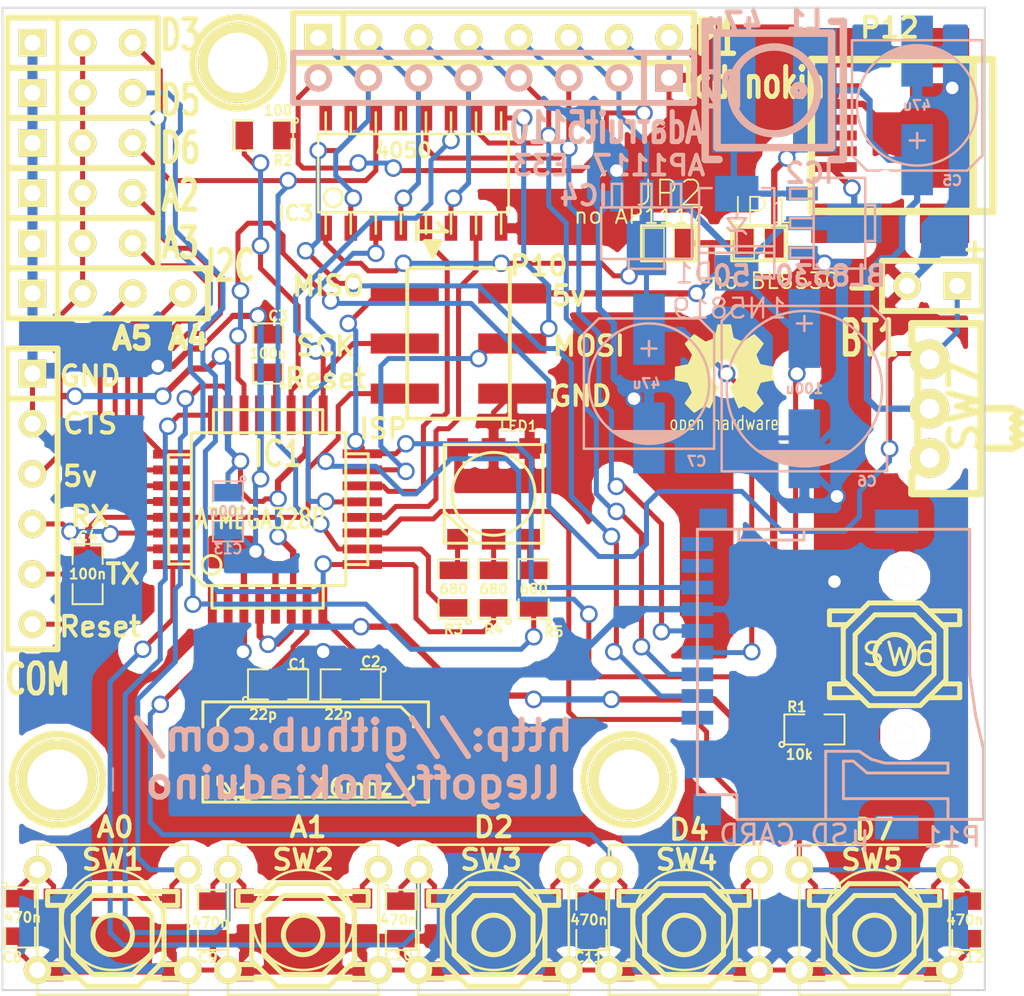
<source format=kicad_pcb>
(kicad_pcb (version 3) (host pcbnew "(2013-07-07 BZR 4022)-stable")
  (layers (15 Dessus.Cu signal) (0 Dessous.Cu signal))
  (net 0 "")
  (net 1 +3.3V)
  (net 2 +5V)
  (net 3 /0)
  (net 4 /1)
  (net 5 /10)
  (net 6 /10')
  (net 7 /2)
  (net 8 /3)
  (net 9 /4)
  (net 10 /5)
  (net 11 /6)
  (net 12 /6')
  (net 13 /7)
  (net 14 /8)
  (net 15 /8')
  (net 16 /9)
  (net 17 /9')
  (net 18 /A0)
  (net 19 /A1)
  (net 20 /A2)
  (net 21 /A3)
  (net 22 /A4)
  (net 23 /A5)
  (net 24 /A6)
  (net 25 /A7)
  (net 26 /MISO)
  (net 27 /MOSI)
  (net 28 /MOSI')
  (net 29 /OSC1)
  (net 30 /OSC2)
  (net 31 /Reset)
  (net 32 /SCK)
  (net 33 /SCK')
  (net 34 GND)
  (net 35 N-000002)
  (net 36 N-0000028)
  (net 37 N-0000030)
  (net 38 N-0000034)
  (net 39 N-0000046)
  (net 40 N-0000052)
  (net 41 N-000008)
  (net 42 N-000009)
  (module TQFP32 (layer Dessus.Cu) (at 64.262 67.564 90)
    (fp_text reference IC1)
    (fp_text value ATMEGA328P)
    (pad 8 smd rect (at -4.81584 2.77622 90) (size 1.99898 0.44958) (layers Dessus.Cu Dessus.Pate Dessus.Masque) (net 30 /OSC2))
    (pad 7 smd rect (at -4.81584 1.97612 90) (size 1.99898 0.44958) (layers Dessus.Cu Dessus.Pate Dessus.Masque) (net 29 /OSC1))
    (pad 6 smd rect (at -4.81584 1.17602 90) (size 1.99898 0.44958) (layers Dessus.Cu Dessus.Pate Dessus.Masque) (net 2 +5V))
    (pad 5 smd rect (at -4.81584 0.37592 90) (size 1.99898 0.44958) (layers Dessus.Cu Dessus.Pate Dessus.Masque) (net 34 GND))
    (pad 4 smd rect (at -4.81584 -0.42418 90) (size 1.99898 0.44958) (layers Dessus.Cu Dessus.Pate Dessus.Masque) (net 2 +5V))
    (pad 3 smd rect (at -4.81584 -1.22428 90) (size 1.99898 0.44958) (layers Dessus.Cu Dessus.Pate Dessus.Masque) (net 34 GND))
    (pad 2 smd rect (at -4.81584 -2.02438 90) (size 1.99898 0.44958) (layers Dessus.Cu Dessus.Pate Dessus.Masque) (net 9 /4))
    (pad 1 smd rect (at -4.81584 -2.82448 90) (size 1.99898 0.44958) (layers Dessus.Cu Dessus.Pate Dessus.Masque) (net 8 /3))
    (pad 24 smd rect (at 4.7498 -2.8194 90) (size 1.99898 0.44958) (layers Dessus.Cu Dessus.Pate Dessus.Masque) (net 19 /A1))
    (pad 17 smd rect (at 4.7498 2.794 90) (size 1.99898 0.44958) (layers Dessus.Cu Dessus.Pate Dessus.Masque) (net 32 /SCK))
    (pad 18 smd rect (at 4.7498 1.9812 90) (size 1.99898 0.44958) (layers Dessus.Cu Dessus.Pate Dessus.Masque) (net 2 +5V))
    (pad 19 smd rect (at 4.7498 1.1684 90) (size 1.99898 0.44958) (layers Dessus.Cu Dessus.Pate Dessus.Masque) (net 24 /A6))
    (pad 20 smd rect (at 4.7498 0.381 90) (size 1.99898 0.44958) (layers Dessus.Cu Dessus.Pate Dessus.Masque) (net 39 N-0000046))
    (pad 21 smd rect (at 4.7498 -0.4318 90) (size 1.99898 0.44958) (layers Dessus.Cu Dessus.Pate Dessus.Masque) (net 34 GND))
    (pad 22 smd rect (at 4.7498 -1.2192 90) (size 1.99898 0.44958) (layers Dessus.Cu Dessus.Pate Dessus.Masque) (net 25 /A7))
    (pad 23 smd rect (at 4.7498 -2.032 90) (size 1.99898 0.44958) (layers Dessus.Cu Dessus.Pate Dessus.Masque) (net 18 /A0))
    (pad 32 smd rect (at -2.82448 -4.826 90) (size 0.44958 1.99898) (layers Dessus.Cu Dessus.Pate Dessus.Masque) (net 7 /2))
    (pad 31 smd rect (at -2.02692 -4.826 90) (size 0.44958 1.99898) (layers Dessus.Cu Dessus.Pate Dessus.Masque) (net 4 /1))
    (pad 30 smd rect (at -1.22428 -4.826 90) (size 0.44958 1.99898) (layers Dessus.Cu Dessus.Pate Dessus.Masque) (net 3 /0))
    (pad 29 smd rect (at -0.42672 -4.826 90) (size 0.44958 1.99898) (layers Dessus.Cu Dessus.Pate Dessus.Masque) (net 31 /Reset))
    (pad 28 smd rect (at 0.37592 -4.826 90) (size 0.44958 1.99898) (layers Dessus.Cu Dessus.Pate Dessus.Masque) (net 23 /A5))
    (pad 27 smd rect (at 1.17348 -4.826 90) (size 0.44958 1.99898) (layers Dessus.Cu Dessus.Pate Dessus.Masque) (net 22 /A4))
    (pad 26 smd rect (at 1.97612 -4.826 90) (size 0.44958 1.99898) (layers Dessus.Cu Dessus.Pate Dessus.Masque) (net 21 /A3))
    (pad 25 smd rect (at 2.77368 -4.826 90) (size 0.44958 1.99898) (layers Dessus.Cu Dessus.Pate Dessus.Masque) (net 20 /A2))
    (pad 9 smd rect (at -2.8194 4.7752 90) (size 0.44958 1.99898) (layers Dessus.Cu Dessus.Pate Dessus.Masque) (net 10 /5))
    (pad 10 smd rect (at -2.032 4.7752 90) (size 0.44958 1.99898) (layers Dessus.Cu Dessus.Pate Dessus.Masque) (net 11 /6))
    (pad 11 smd rect (at -1.2192 4.7752 90) (size 0.44958 1.99898) (layers Dessus.Cu Dessus.Pate Dessus.Masque) (net 13 /7))
    (pad 12 smd rect (at -0.4318 4.7752 90) (size 0.44958 1.99898) (layers Dessus.Cu Dessus.Pate Dessus.Masque) (net 14 /8))
    (pad 13 smd rect (at 0.3556 4.7752 90) (size 0.44958 1.99898) (layers Dessus.Cu Dessus.Pate Dessus.Masque) (net 16 /9))
    (pad 14 smd rect (at 1.1684 4.7752 90) (size 0.44958 1.99898) (layers Dessus.Cu Dessus.Pate Dessus.Masque) (net 5 /10))
    (pad 15 smd rect (at 1.9812 4.7752 90) (size 0.44958 1.99898) (layers Dessus.Cu Dessus.Pate Dessus.Masque) (net 27 /MOSI))
    (pad 16 smd rect (at 2.794 4.7752 90) (size 0.44958 1.99898) (layers Dessus.Cu Dessus.Pate Dessus.Masque) (net 26 /MISO))
  )
  (module SIL-8 (layer Dessus.Cu) (at 75.692 43.688)
    (fp_text reference P1)
    (fp_text value "lcd nokia")
    (pad 1 thru_hole rect (at -8.89 0) (size 1.397 1.397) (drill 0.8128) (layers *.Cu *.Mask Dessus.SilkS) (net 17 /9'))
    (pad 2 thru_hole circle (at -6.35 0) (size 1.397 1.397) (drill 0.8128) (layers *.Cu *.Mask Dessus.SilkS) (net 6 /10'))
    (pad 3 thru_hole circle (at -3.81 0) (size 1.397 1.397) (drill 0.8128) (layers *.Cu *.Mask Dessus.SilkS) (net 15 /8'))
    (pad 4 thru_hole circle (at -1.27 0) (size 1.397 1.397) (drill 0.8128) (layers *.Cu *.Mask Dessus.SilkS) (net 28 /MOSI'))
    (pad 5 thru_hole circle (at 1.27 0) (size 1.397 1.397) (drill 0.8128) (layers *.Cu *.Mask Dessus.SilkS) (net 33 /SCK'))
    (pad 6 thru_hole circle (at 3.81 0) (size 1.397 1.397) (drill 0.8128) (layers *.Cu *.Mask Dessus.SilkS) (net 1 +3.3V))
    (pad 7 thru_hole circle (at 6.35 0) (size 1.397 1.397) (drill 0.8128) (layers *.Cu *.Mask Dessus.SilkS) (net 40 N-0000052))
    (pad 8 thru_hole circle (at 8.89 0) (size 1.397 1.397) (drill 0.8128) (layers *.Cu *.Mask Dessus.SilkS) (net 34 GND))
  )
  (module SW_PUSH_SMALL (layer Dessus.Cu) (at 56.388 88.392)
    (fp_text reference SW1)
    (fp_text value A0)
    (pad 1 thru_hole circle (at 3.81 -2.54) (size 1.397 1.397) (drill 0.8128) (layers *.Cu *.Mask Dessus.SilkS) (net 18 /A0))
    (pad 2 thru_hole circle (at 3.81 2.54) (size 1.397 1.397) (drill 0.8128) (layers *.Cu *.Mask Dessus.SilkS) (net 34 GND))
    (pad 1 thru_hole circle (at -3.81 -2.54) (size 1.397 1.397) (drill 0.8128) (layers *.Cu *.Mask Dessus.SilkS) (net 18 /A0))
    (pad 2 thru_hole circle (at -3.81 2.54) (size 1.397 1.397) (drill 0.8128) (layers *.Cu *.Mask Dessus.SilkS) (net 34 GND))
  )
  (module SW_PUSH_SMALL (layer Dessus.Cu) (at 66.04 88.392)
    (fp_text reference SW2)
    (fp_text value A1)
    (pad 1 thru_hole circle (at 3.81 -2.54) (size 1.397 1.397) (drill 0.8128) (layers *.Cu *.Mask Dessus.SilkS) (net 19 /A1))
    (pad 2 thru_hole circle (at 3.81 2.54) (size 1.397 1.397) (drill 0.8128) (layers *.Cu *.Mask Dessus.SilkS) (net 34 GND))
    (pad 1 thru_hole circle (at -3.81 -2.54) (size 1.397 1.397) (drill 0.8128) (layers *.Cu *.Mask Dessus.SilkS) (net 19 /A1))
    (pad 2 thru_hole circle (at -3.81 2.54) (size 1.397 1.397) (drill 0.8128) (layers *.Cu *.Mask Dessus.SilkS) (net 34 GND))
  )
  (module SW_PUSH_SMALL (layer Dessus.Cu) (at 75.692 88.392)
    (fp_text reference SW3)
    (fp_text value D2)
    (pad 1 thru_hole circle (at 3.81 -2.54) (size 1.397 1.397) (drill 0.8128) (layers *.Cu *.Mask Dessus.SilkS) (net 7 /2))
    (pad 2 thru_hole circle (at 3.81 2.54) (size 1.397 1.397) (drill 0.8128) (layers *.Cu *.Mask Dessus.SilkS) (net 34 GND))
    (pad 1 thru_hole circle (at -3.81 -2.54) (size 1.397 1.397) (drill 0.8128) (layers *.Cu *.Mask Dessus.SilkS) (net 7 /2))
    (pad 2 thru_hole circle (at -3.81 2.54) (size 1.397 1.397) (drill 0.8128) (layers *.Cu *.Mask Dessus.SilkS) (net 34 GND))
  )
  (module SW_PUSH_SMALL (layer Dessus.Cu) (at 85.344 88.392)
    (fp_text reference SW4)
    (fp_text value D4)
    (pad 1 thru_hole circle (at 3.81 -2.54) (size 1.397 1.397) (drill 0.8128) (layers *.Cu *.Mask Dessus.SilkS) (net 9 /4))
    (pad 2 thru_hole circle (at 3.81 2.54) (size 1.397 1.397) (drill 0.8128) (layers *.Cu *.Mask Dessus.SilkS) (net 34 GND))
    (pad 1 thru_hole circle (at -3.81 -2.54) (size 1.397 1.397) (drill 0.8128) (layers *.Cu *.Mask Dessus.SilkS) (net 9 /4))
    (pad 2 thru_hole circle (at -3.81 2.54) (size 1.397 1.397) (drill 0.8128) (layers *.Cu *.Mask Dessus.SilkS) (net 34 GND))
  )
  (module SW_PUSH_SMALL (layer Dessus.Cu) (at 94.996 88.392)
    (fp_text reference SW5)
    (fp_text value D7)
    (pad 1 thru_hole circle (at 3.81 -2.54) (size 1.397 1.397) (drill 0.8128) (layers *.Cu *.Mask Dessus.SilkS) (net 13 /7))
    (pad 2 thru_hole circle (at 3.81 2.54) (size 1.397 1.397) (drill 0.8128) (layers *.Cu *.Mask Dessus.SilkS) (net 34 GND))
    (pad 1 thru_hole circle (at -3.81 -2.54) (size 1.397 1.397) (drill 0.8128) (layers *.Cu *.Mask Dessus.SilkS) (net 13 /7))
    (pad 2 thru_hole circle (at -3.81 2.54) (size 1.397 1.397) (drill 0.8128) (layers *.Cu *.Mask Dessus.SilkS) (net 34 GND))
  )
  (module sot89 (layer Dessous.Cu) (at 93.218 53.086 90)
    (fp_text reference IC2)
    (fp_text value BL8530-50)
    (pad 1 smd rect (at -1.50114 -1.89992 90) (size 0.70104 1.6002) (layers Dessous.Cu Dessous.Pate Dessous.Masque) (net 34 GND))
    (pad 2 smd rect (at 0 -1.651 90) (size 0.70104 2.10058) (layers Dessous.Cu Dessous.Pate Dessous.Masque) (net 2 +5V))
    (pad 3 smd rect (at 1.50114 -1.89992 90) (size 0.70104 1.6002) (layers Dessous.Cu Dessous.Pate Dessous.Masque) (net 42 N-000009))
    (pad 2 smd rect (at 0 0.7493 90) (size 1.99898 2.75082) (layers Dessous.Cu Dessous.Pate Dessous.Masque) (net 2 +5V))
  )
  (module SIL-8 (layer Dessous.Cu) (at 75.692 45.72 180)
    (fp_text reference P2)
    (fp_text value Adafruit5110)
    (pad 1 thru_hole rect (at -8.89 0 180) (size 1.397 1.397) (drill 0.8128) (layers *.Cu *.Mask Dessous.SilkS) (net 34 GND))
    (pad 2 thru_hole circle (at -6.35 0 180) (size 1.397 1.397) (drill 0.8128) (layers *.Cu *.Mask Dessous.SilkS) (net 1 +3.3V))
    (pad 3 thru_hole circle (at -3.81 0 180) (size 1.397 1.397) (drill 0.8128) (layers *.Cu *.Mask Dessous.SilkS) (net 33 /SCK'))
    (pad 4 thru_hole circle (at -1.27 0 180) (size 1.397 1.397) (drill 0.8128) (layers *.Cu *.Mask Dessous.SilkS) (net 28 /MOSI'))
    (pad 5 thru_hole circle (at 1.27 0 180) (size 1.397 1.397) (drill 0.8128) (layers *.Cu *.Mask Dessous.SilkS) (net 15 /8'))
    (pad 6 thru_hole circle (at 3.81 0 180) (size 1.397 1.397) (drill 0.8128) (layers *.Cu *.Mask Dessous.SilkS) (net 6 /10'))
    (pad 7 thru_hole circle (at 6.35 0 180) (size 1.397 1.397) (drill 0.8128) (layers *.Cu *.Mask Dessous.SilkS) (net 17 /9'))
    (pad 8 thru_hole circle (at 8.89 0 180) (size 1.397 1.397) (drill 0.8128) (layers *.Cu *.Mask Dessous.SilkS) (net 40 N-0000052))
  )
  (module SIL-6 (layer Dessus.Cu) (at 52.324 67.056 270)
    (fp_text reference P3 hide)
    (fp_text value COM)
    (pad 1 thru_hole rect (at -6.35 0 270) (size 1.397 1.397) (drill 0.8128) (layers *.Cu *.Mask Dessus.SilkS) (net 34 GND))
    (pad 2 thru_hole circle (at -3.81 0 270) (size 1.397 1.397) (drill 0.8128) (layers *.Cu *.Mask Dessus.SilkS) (net 34 GND))
    (pad 3 thru_hole circle (at -1.27 0 270) (size 1.397 1.397) (drill 0.8128) (layers *.Cu *.Mask Dessus.SilkS) (net 2 +5V))
    (pad 4 thru_hole circle (at 1.27 0 270) (size 1.397 1.397) (drill 0.8128) (layers *.Cu *.Mask Dessus.SilkS) (net 3 /0))
    (pad 5 thru_hole circle (at 3.81 0 270) (size 1.397 1.397) (drill 0.8128) (layers *.Cu *.Mask Dessus.SilkS) (net 4 /1))
    (pad 6 thru_hole circle (at 6.35 0 270) (size 1.397 1.397) (drill 0.8128) (layers *.Cu *.Mask Dessus.SilkS) (net 41 N-000008))
  )
  (module SIL-3 (layer Dessus.Cu) (at 54.864 46.482)
    (fp_text reference P5 hide)
    (fp_text value D5)
    (pad 1 thru_hole rect (at -2.54 0) (size 1.397 1.397) (drill 0.8128) (layers *.Cu *.Mask Dessus.SilkS) (net 34 GND))
    (pad 2 thru_hole circle (at 0 0) (size 1.397 1.397) (drill 0.8128) (layers *.Cu *.Mask Dessus.SilkS) (net 2 +5V))
    (pad 3 thru_hole circle (at 2.54 0) (size 1.397 1.397) (drill 0.8128) (layers *.Cu *.Mask Dessus.SilkS) (net 10 /5))
  )
  (module SIL-3 (layer Dessus.Cu) (at 54.864 54.102)
    (fp_text reference P8 hide)
    (fp_text value A3)
    (pad 1 thru_hole rect (at -2.54 0) (size 1.397 1.397) (drill 0.8128) (layers *.Cu *.Mask Dessus.SilkS) (net 34 GND))
    (pad 2 thru_hole circle (at 0 0) (size 1.397 1.397) (drill 0.8128) (layers *.Cu *.Mask Dessus.SilkS) (net 2 +5V))
    (pad 3 thru_hole circle (at 2.54 0) (size 1.397 1.397) (drill 0.8128) (layers *.Cu *.Mask Dessus.SilkS) (net 21 /A3))
  )
  (module SIL-3 (layer Dessus.Cu) (at 54.864 51.562)
    (fp_text reference P7 hide)
    (fp_text value A2)
    (pad 1 thru_hole rect (at -2.54 0) (size 1.397 1.397) (drill 0.8128) (layers *.Cu *.Mask Dessus.SilkS) (net 34 GND))
    (pad 2 thru_hole circle (at 0 0) (size 1.397 1.397) (drill 0.8128) (layers *.Cu *.Mask Dessus.SilkS) (net 2 +5V))
    (pad 3 thru_hole circle (at 2.54 0) (size 1.397 1.397) (drill 0.8128) (layers *.Cu *.Mask Dessus.SilkS) (net 20 /A2))
  )
  (module SIL-3 (layer Dessus.Cu) (at 54.864 49.022)
    (fp_text reference P6 hide)
    (fp_text value D6)
    (pad 1 thru_hole rect (at -2.54 0) (size 1.397 1.397) (drill 0.8128) (layers *.Cu *.Mask Dessus.SilkS) (net 34 GND))
    (pad 2 thru_hole circle (at 0 0) (size 1.397 1.397) (drill 0.8128) (layers *.Cu *.Mask Dessus.SilkS) (net 2 +5V))
    (pad 3 thru_hole circle (at 2.54 0) (size 1.397 1.397) (drill 0.8128) (layers *.Cu *.Mask Dessus.SilkS) (net 11 /6))
  )
  (module SIL-3 (layer Dessus.Cu) (at 54.864 43.942)
    (fp_text reference P4 hide)
    (fp_text value D3)
    (pad 1 thru_hole rect (at -2.54 0) (size 1.397 1.397) (drill 0.8128) (layers *.Cu *.Mask Dessus.SilkS) (net 34 GND))
    (pad 2 thru_hole circle (at 0 0) (size 1.397 1.397) (drill 0.8128) (layers *.Cu *.Mask Dessus.SilkS) (net 2 +5V))
    (pad 3 thru_hole circle (at 2.54 0) (size 1.397 1.397) (drill 0.8128) (layers *.Cu *.Mask Dessus.SilkS) (net 8 /3))
  )
  (module sot89 (layer Dessous.Cu) (at 83.439 53.594)
    (fp_text reference IC4)
    (fp_text value AP1117-E33)
    (pad 1 smd rect (at -1.50114 -1.89992) (size 0.70104 1.6002) (layers Dessous.Cu Dessous.Pate Dessous.Masque) (net 34 GND))
    (pad 2 smd rect (at 0 -1.651) (size 0.70104 2.10058) (layers Dessous.Cu Dessous.Pate Dessous.Masque) (net 1 +3.3V))
    (pad 3 smd rect (at 1.50114 -1.89992) (size 0.70104 1.6002) (layers Dessous.Cu Dessous.Pate Dessous.Masque) (net 2 +5V))
    (pad 2 smd rect (at 0 0.7493) (size 1.99898 2.75082) (layers Dessous.Cu Dessous.Pate Dessous.Masque) (net 1 +3.3V))
  )
  (module so-16 (layer Dessus.Cu) (at 71.628 50.546)
    (fp_text reference IC3)
    (fp_text value 4050)
    (pad 1 smd rect (at -4.445 2.794) (size 0.635 1.27) (layers Dessus.Cu Dessus.Pate Dessus.Masque) (net 1 +3.3V))
    (pad 2 smd rect (at -3.175 2.794) (size 0.635 1.27) (layers Dessus.Cu Dessus.Pate Dessus.Masque) (net 17 /9'))
    (pad 3 smd rect (at -1.905 2.794) (size 0.635 1.27) (layers Dessus.Cu Dessus.Pate Dessus.Masque) (net 16 /9))
    (pad 4 smd rect (at -0.635 2.794) (size 0.635 1.27) (layers Dessus.Cu Dessus.Pate Dessus.Masque) (net 6 /10'))
    (pad 5 smd rect (at 0.635 2.794) (size 0.635 1.27) (layers Dessus.Cu Dessus.Pate Dessus.Masque) (net 5 /10))
    (pad 6 smd rect (at 1.905 2.794) (size 0.635 1.27) (layers Dessus.Cu Dessus.Pate Dessus.Masque) (net 15 /8'))
    (pad 7 smd rect (at 3.175 2.794) (size 0.635 1.27) (layers Dessus.Cu Dessus.Pate Dessus.Masque) (net 14 /8))
    (pad 8 smd rect (at 4.445 2.794) (size 0.635 1.27) (layers Dessus.Cu Dessus.Pate Dessus.Masque) (net 34 GND))
    (pad 9 smd rect (at 4.445 -2.794) (size 0.635 1.27) (layers Dessus.Cu Dessus.Pate Dessus.Masque) (net 27 /MOSI))
    (pad 10 smd rect (at 3.175 -2.794) (size 0.635 1.27) (layers Dessus.Cu Dessus.Pate Dessus.Masque) (net 28 /MOSI'))
    (pad 11 smd rect (at 1.905 -2.794) (size 0.635 1.27) (layers Dessus.Cu Dessus.Pate Dessus.Masque) (net 32 /SCK))
    (pad 12 smd rect (at 0.635 -2.794) (size 0.635 1.27) (layers Dessus.Cu Dessus.Pate Dessus.Masque) (net 33 /SCK'))
    (pad 13 smd rect (at -0.635 -2.794) (size 0.635 1.27) (layers Dessus.Cu Dessus.Pate Dessus.Masque))
    (pad 14 smd rect (at -1.905 -2.794) (size 0.635 1.27) (layers Dessus.Cu Dessus.Pate Dessus.Masque) (net 11 /6))
    (pad 15 smd rect (at -3.175 -2.794) (size 0.635 1.27) (layers Dessus.Cu Dessus.Pate Dessus.Masque) (net 12 /6'))
    (pad 16 smd rect (at -4.445 -2.794) (size 0.635 1.27) (layers Dessus.Cu Dessus.Pate Dessus.Masque))
  )
  (module SM0805 (layer Dessus.Cu) (at 91.948 78.74)
    (fp_text reference R1)
    (fp_text value 10k)
    (pad 1 smd rect (at -0.9525 0) (size 0.889 1.397) (layers Dessus.Cu Dessus.Pate Dessus.Masque) (net 2 +5V))
    (pad 2 smd rect (at 0.9525 0) (size 0.889 1.397) (layers Dessus.Cu Dessus.Pate Dessus.Masque) (net 31 /Reset))
  )
  (module SM0805 (layer Dessus.Cu) (at 64.77 76.454)
    (fp_text reference C1)
    (fp_text value 22p)
    (pad 1 smd rect (at -0.9525 0) (size 0.889 1.397) (layers Dessus.Cu Dessus.Pate Dessus.Masque) (net 29 /OSC1))
    (pad 2 smd rect (at 0.9525 0) (size 0.889 1.397) (layers Dessus.Cu Dessus.Pate Dessus.Masque) (net 34 GND))
  )
  (module SM0805 (layer Dessus.Cu) (at 68.453 76.454 180)
    (fp_text reference C2)
    (fp_text value 22p)
    (pad 1 smd rect (at -0.9525 0 180) (size 0.889 1.397) (layers Dessus.Cu Dessus.Pate Dessus.Masque) (net 30 /OSC2))
    (pad 2 smd rect (at 0.9525 0 180) (size 0.889 1.397) (layers Dessus.Cu Dessus.Pate Dessus.Masque) (net 34 GND))
  )
  (module SM0805 (layer Dessus.Cu) (at 64.262 59.69 90)
    (fp_text reference C3)
    (fp_text value 100n)
    (pad 1 smd rect (at -0.9525 0 90) (size 0.889 1.397) (layers Dessus.Cu Dessus.Pate Dessus.Masque) (net 39 N-0000046))
    (pad 2 smd rect (at 0.9525 0 90) (size 0.889 1.397) (layers Dessus.Cu Dessus.Pate Dessus.Masque) (net 34 GND))
  )
  (module SM0805 (layer Dessus.Cu) (at 55.118 70.866 270)
    (fp_text reference C4)
    (fp_text value 100n)
    (pad 1 smd rect (at -0.9525 0 270) (size 0.889 1.397) (layers Dessus.Cu Dessus.Pate Dessus.Masque) (net 31 /Reset))
    (pad 2 smd rect (at 0.9525 0 270) (size 0.889 1.397) (layers Dessus.Cu Dessus.Pate Dessus.Masque) (net 41 N-000008))
  )
  (module MicroSD_alliexpress (layer Dessous.Cu) (at 96.52 75.946 270)
    (fp_text reference P11)
    (fp_text value µSD_CARD)
    (pad 3 smd rect (at 0 10.5 270) (size 0.7 1.6) (layers Dessous.Cu Dessous.Pate Dessous.Masque) (net 28 /MOSI'))
    (pad 2 smd rect (at 1.1 10.5 270) (size 0.7 1.6) (layers Dessous.Cu Dessous.Pate Dessous.Masque) (net 12 /6'))
    (pad 1 smd rect (at 2.2 10.5 270) (size 0.7 1.6) (layers Dessous.Cu Dessous.Pate Dessous.Masque))
    (pad 4 smd rect (at -1.1 10.5 270) (size 0.7 1.6) (layers Dessous.Cu Dessous.Pate Dessous.Masque) (net 1 +3.3V))
    (pad 5 smd rect (at -2.2 10.5 270) (size 0.7 1.6) (layers Dessous.Cu Dessous.Pate Dessous.Masque) (net 33 /SCK'))
    (pad 6 smd rect (at -3.3 10.5 270) (size 0.7 1.6) (layers Dessous.Cu Dessous.Pate Dessous.Masque) (net 34 GND))
    (pad 7 smd rect (at -4.4 10.5 270) (size 0.7 1.6) (layers Dessous.Cu Dessous.Pate Dessous.Masque) (net 26 /MISO))
    (pad 8 smd rect (at -5.5 10.5 270) (size 0.7 1.6) (layers Dessous.Cu Dessous.Pate Dessous.Masque))
    (pad 9 smd rect (at -6.6 10.5 270) (size 0.7 1.6) (layers Dessous.Cu Dessous.Pate Dessous.Masque))
    (pad "" smd rect (at -7.75 0.4 270) (size 1.2 2.2) (layers Dessous.Cu Dessous.Pate Dessous.Masque))
    (pad "" smd rect (at 7.75 0.4 270) (size 1.2 2.2) (layers Dessous.Cu Dessous.Pate Dessous.Masque))
    (pad "" smd rect (at -7.85 9.7 270) (size 1.1 1.4) (layers Dessous.Cu Dessous.Pate Dessous.Masque))
    (pad "" smd rect (at 6.85 10 270) (size 1.6 1.4) (layers Dessous.Cu Dessous.Pate Dessous.Masque))
    (pad "" np_thru_hole circle (at -4.93 0 270) (size 1 1) (drill 1) (layers *.Cu *.Mask Dessous.SilkS))
    (pad "" np_thru_hole circle (at 3.05 0 270) (size 1 1) (drill 1) (layers *.Cu *.Mask Dessous.SilkS))
  )
  (module Q_49U3HMS (layer Dessus.Cu) (at 66.675 79.883 180)
    (fp_text reference X1)
    (fp_text value 16mhz)
    (pad 1 smd rect (at -4.699 0 180) (size 5.4991 1.99898) (layers Dessus.Cu Dessus.Pate Dessus.Masque) (net 30 /OSC2))
    (pad 2 smd rect (at 4.699 0 180) (size 5.4991 1.99898) (layers Dessus.Cu Dessus.Pate Dessus.Masque) (net 29 /OSC1))
  )
  (module SIL-4 (layer Dessus.Cu) (at 56.134 56.642)
    (fp_text reference P9 hide)
    (fp_text value I2C)
    (pad 1 thru_hole rect (at -3.81 0) (size 1.397 1.397) (drill 0.8128) (layers *.Cu *.Mask Dessus.SilkS) (net 34 GND))
    (pad 2 thru_hole circle (at -1.27 0) (size 1.397 1.397) (drill 0.8128) (layers *.Cu *.Mask Dessus.SilkS) (net 2 +5V))
    (pad 3 thru_hole circle (at 1.27 0) (size 1.397 1.397) (drill 0.8128) (layers *.Cu *.Mask Dessus.SilkS) (net 23 /A5))
    (pad 4 thru_hole circle (at 3.81 0) (size 1.397 1.397) (drill 0.8128) (layers *.Cu *.Mask Dessus.SilkS) (net 22 /A4))
  )
  (module SM0805 (layer Dessus.Cu) (at 64.008 48.641 180)
    (fp_text reference R2)
    (fp_text value 100)
    (pad 1 smd rect (at -0.9525 0 180) (size 0.889 1.397) (layers Dessus.Cu Dessus.Pate Dessus.Masque) (net 40 N-0000052))
    (pad 2 smd rect (at 0.9525 0 180) (size 0.889 1.397) (layers Dessus.Cu Dessus.Pate Dessus.Masque) (net 24 /A6))
  )
  (module switch_mmp122-r (layer Dessus.Cu) (at 97.79 62.484 90)
    (fp_text reference SW7)
    (fp_text value SWITCH_INV hide)
    (pad 1 thru_hole circle (at -2.49936 0 90) (size 1.99898 1.99898) (drill 0.99822) (layers *.Cu *.Mask Dessus.SilkS))
    (pad 2 thru_hole circle (at 0 0 90) (size 1.99898 1.99898) (drill 0.99822) (layers *.Cu *.Mask Dessus.SilkS) (net 35 N-000002))
    (pad 3 thru_hole circle (at 2.49936 0 90) (size 1.99898 1.99898) (drill 0.99822) (layers *.Cu *.Mask Dessus.SilkS) (net 25 /A7))
  )
  (module "DO-214AA(SMB)" (layer Dessous.Cu) (at 88.011 53.594 270)
    (fp_text reference D1)
    (fp_text value 1N5819)
    (pad 1 smd rect (at -2.0066 0 270) (size 1.80086 2.19964) (layers Dessous.Cu Dessous.Pate Dessous.Masque) (net 42 N-000009))
    (pad 2 smd rect (at 2.0066 0 270) (size 1.80086 2.19964) (layers Dessous.Cu Dessous.Pate Dessous.Masque) (net 2 +5V))
  )
  (module bb02-hp06 (layer Dessus.Cu) (at 73.914 59.182 270)
    (fp_text reference P10)
    (fp_text value ISP)
    (pad 6 smd rect (at 2.54 -2.725 270) (size 1.02 3.45) (layers Dessus.Cu Dessus.Pate Dessus.Masque) (net 34 GND))
    (pad 5 smd rect (at 2.54 2.725 270) (size 1.02 3.45) (layers Dessus.Cu Dessus.Pate Dessus.Masque) (net 31 /Reset))
    (pad 1 smd rect (at -2.54 2.725 270) (size 1.02 3.45) (layers Dessus.Cu Dessus.Pate Dessus.Masque) (net 26 /MISO))
    (pad 2 smd rect (at -2.54 -2.725 270) (size 1.02 3.45) (layers Dessus.Cu Dessus.Pate Dessus.Masque) (net 2 +5V))
    (pad 3 smd rect (at 0 2.725 270) (size 1.02 3.45) (layers Dessus.Cu Dessus.Pate Dessus.Masque) (net 32 /SCK))
    (pad 4 smd rect (at 0 -2.725 270) (size 1.02 3.45) (layers Dessus.Cu Dessus.Pate Dessus.Masque) (net 27 /MOSI))
  )
  (module SM0805 (layer Dessus.Cu) (at 73.66 71.628 90)
    (fp_text reference R3)
    (fp_text value 680)
    (pad 1 smd rect (at -0.9525 0 90) (size 0.889 1.397) (layers Dessus.Cu Dessus.Pate Dessus.Masque) (net 11 /6))
    (pad 2 smd rect (at 0.9525 0 90) (size 0.889 1.397) (layers Dessus.Cu Dessus.Pate Dessus.Masque) (net 37 N-0000030))
  )
  (module SM0805 (layer Dessus.Cu) (at 75.692 71.628 90)
    (fp_text reference R4)
    (fp_text value 680)
    (pad 1 smd rect (at -0.9525 0 90) (size 0.889 1.397) (layers Dessus.Cu Dessus.Pate Dessus.Masque) (net 10 /5))
    (pad 2 smd rect (at 0.9525 0 90) (size 0.889 1.397) (layers Dessus.Cu Dessus.Pate Dessus.Masque) (net 36 N-0000028))
  )
  (module SM0805 (layer Dessus.Cu) (at 77.724 71.628 90)
    (fp_text reference R5)
    (fp_text value 680)
    (pad 1 smd rect (at -0.9525 0 90) (size 0.889 1.397) (layers Dessus.Cu Dessus.Pate Dessus.Masque) (net 8 /3))
    (pad 2 smd rect (at 0.9525 0 90) (size 0.889 1.397) (layers Dessus.Cu Dessus.Pate Dessus.Masque) (net 38 N-0000034))
  )
  (module Logo_silk_OSHW_6x6mm (layer Dessus.Cu) (at 87.376 60.452)
    (fp_text reference LOGO1 hide)
    (fp_text value OPEN_HARDWARE_1 hide)
  )
  (module smdpush2 (layer Dessus.Cu) (at 96.012 74.93)
    (fp_text reference SW6)
    (fp_text value SW_PUSH hide)
    (pad 1 smd rect (at -2.99974 -1.84912) (size 1.00076 1.00076) (layers Dessus.Cu Dessus.Pate Dessus.Masque) (net 34 GND))
    (pad 2 smd rect (at 2.99974 1.84912) (size 1.00076 1.00076) (layers Dessus.Cu Dessus.Pate Dessus.Masque) (net 31 /Reset))
    (pad 2 smd rect (at -2.99974 1.84912) (size 1.00076 1.00076) (layers Dessus.Cu Dessus.Pate Dessus.Masque) (net 31 /Reset))
    (pad 1 smd rect (at 2.99974 -1.84912) (size 1.00076 1.00076) (layers Dessus.Cu Dessus.Pate Dessus.Masque) (net 34 GND))
  )
  (module smdpush2 (layer Dessus.Cu) (at 56.388 89.154)
    (fp_text reference SW'1 hide)
    (fp_text value SW_PUSH hide)
    (pad 1 smd rect (at -2.99974 -1.84912) (size 1.00076 1.00076) (layers Dessus.Cu Dessus.Pate Dessus.Masque) (net 18 /A0))
    (pad 2 smd rect (at 2.99974 1.84912) (size 1.00076 1.00076) (layers Dessus.Cu Dessus.Pate Dessus.Masque) (net 34 GND))
    (pad 2 smd rect (at -2.99974 1.84912) (size 1.00076 1.00076) (layers Dessus.Cu Dessus.Pate Dessus.Masque) (net 34 GND))
    (pad 1 smd rect (at 2.99974 -1.84912) (size 1.00076 1.00076) (layers Dessus.Cu Dessus.Pate Dessus.Masque) (net 18 /A0))
  )
  (module smdpush2 (layer Dessus.Cu) (at 66.04 89.154)
    (fp_text reference SW'2 hide)
    (fp_text value SW_PUSH hide)
    (pad 1 smd rect (at -2.99974 -1.84912) (size 1.00076 1.00076) (layers Dessus.Cu Dessus.Pate Dessus.Masque) (net 19 /A1))
    (pad 2 smd rect (at 2.99974 1.84912) (size 1.00076 1.00076) (layers Dessus.Cu Dessus.Pate Dessus.Masque) (net 34 GND))
    (pad 2 smd rect (at -2.99974 1.84912) (size 1.00076 1.00076) (layers Dessus.Cu Dessus.Pate Dessus.Masque) (net 34 GND))
    (pad 1 smd rect (at 2.99974 -1.84912) (size 1.00076 1.00076) (layers Dessus.Cu Dessus.Pate Dessus.Masque) (net 19 /A1))
  )
  (module smdpush2 (layer Dessus.Cu) (at 75.692 89.154)
    (fp_text reference SW'3 hide)
    (fp_text value SW_PUSH hide)
    (pad 1 smd rect (at -2.99974 -1.84912) (size 1.00076 1.00076) (layers Dessus.Cu Dessus.Pate Dessus.Masque) (net 7 /2))
    (pad 2 smd rect (at 2.99974 1.84912) (size 1.00076 1.00076) (layers Dessus.Cu Dessus.Pate Dessus.Masque) (net 34 GND))
    (pad 2 smd rect (at -2.99974 1.84912) (size 1.00076 1.00076) (layers Dessus.Cu Dessus.Pate Dessus.Masque) (net 34 GND))
    (pad 1 smd rect (at 2.99974 -1.84912) (size 1.00076 1.00076) (layers Dessus.Cu Dessus.Pate Dessus.Masque) (net 7 /2))
  )
  (module smdpush2 (layer Dessus.Cu) (at 85.344 89.154)
    (fp_text reference SW'4 hide)
    (fp_text value SW_PUSH hide)
    (pad 1 smd rect (at -2.99974 -1.84912) (size 1.00076 1.00076) (layers Dessus.Cu Dessus.Pate Dessus.Masque) (net 9 /4))
    (pad 2 smd rect (at 2.99974 1.84912) (size 1.00076 1.00076) (layers Dessus.Cu Dessus.Pate Dessus.Masque) (net 34 GND))
    (pad 2 smd rect (at -2.99974 1.84912) (size 1.00076 1.00076) (layers Dessus.Cu Dessus.Pate Dessus.Masque) (net 34 GND))
    (pad 1 smd rect (at 2.99974 -1.84912) (size 1.00076 1.00076) (layers Dessus.Cu Dessus.Pate Dessus.Masque) (net 9 /4))
  )
  (module smdpush2 (layer Dessus.Cu) (at 94.996 89.154)
    (fp_text reference SW'5 hide)
    (fp_text value SW_PUSH hide)
    (pad 1 smd rect (at -2.99974 -1.84912) (size 1.00076 1.00076) (layers Dessus.Cu Dessus.Pate Dessus.Masque) (net 13 /7))
    (pad 2 smd rect (at 2.99974 1.84912) (size 1.00076 1.00076) (layers Dessus.Cu Dessus.Pate Dessus.Masque) (net 34 GND))
    (pad 2 smd rect (at -2.99974 1.84912) (size 1.00076 1.00076) (layers Dessus.Cu Dessus.Pate Dessus.Masque) (net 34 GND))
    (pad 1 smd rect (at 2.99974 -1.84912) (size 1.00076 1.00076) (layers Dessus.Cu Dessus.Pate Dessus.Masque) (net 13 /7))
  )
  (module SIL-2 (layer Dessus.Cu) (at 97.917 56.261 180)
    (fp_text reference BT1)
    (fp_text value 2x1v5 hide)
    (pad 1 thru_hole rect (at -1.27 0 180) (size 1.397 1.397) (drill 0.8128) (layers *.Cu *.Mask Dessus.SilkS) (net 25 /A7))
    (pad 2 thru_hole circle (at 1.27 0 180) (size 1.397 1.397) (drill 0.8128) (layers *.Cu *.Mask Dessus.SilkS) (net 34 GND))
  )
  (module LED_RGB_SMD (layer Dessus.Cu) (at 75.692 66.802 90)
    (fp_text reference LED1)
    (fp_text value "LED RGB" hide)
    (pad 1 smd rect (at 2.3 -1.82626 90) (size 1.04902 1.04902) (layers Dessus.Cu Dessus.Pate Dessus.Masque) (net 34 GND))
    (pad 2 smd rect (at 2.3 0 90) (size 1.04902 1.19888) (layers Dessus.Cu Dessus.Pate Dessus.Masque) (net 34 GND))
    (pad 3 smd rect (at 2.3 1.82626 90) (size 1.04902 1.04902) (layers Dessus.Cu Dessus.Pate Dessus.Masque) (net 34 GND))
    (pad 4 smd rect (at -2.3 1.82626 90) (size 1.04902 1.04902) (layers Dessus.Cu Dessus.Pate Dessus.Masque) (net 38 N-0000034))
    (pad 5 smd rect (at -2.3 0 90) (size 1.04902 1.19888) (layers Dessus.Cu Dessus.Pate Dessus.Masque) (net 36 N-0000028))
    (pad 6 smd rect (at -2.3 -1.82626 90) (size 1.04902 1.04902) (layers Dessus.Cu Dessus.Pate Dessus.Masque) (net 37 N-0000030))
  )
  (module SM0805 (layer Dessus.Cu) (at 51.689 88.265 270)
    (fp_text reference C8)
    (fp_text value 470n)
    (pad 1 smd rect (at -0.9525 0 270) (size 0.889 1.397) (layers Dessus.Cu Dessus.Pate Dessus.Masque) (net 18 /A0))
    (pad 2 smd rect (at 0.9525 0 270) (size 0.889 1.397) (layers Dessus.Cu Dessus.Pate Dessus.Masque) (net 34 GND))
  )
  (module SM0805 (layer Dessus.Cu) (at 61.468 88.392 270)
    (fp_text reference C9)
    (fp_text value 470n)
    (pad 1 smd rect (at -0.9525 0 270) (size 0.889 1.397) (layers Dessus.Cu Dessus.Pate Dessus.Masque) (net 19 /A1))
    (pad 2 smd rect (at 0.9525 0 270) (size 0.889 1.397) (layers Dessus.Cu Dessus.Pate Dessus.Masque) (net 34 GND))
  )
  (module SM0805 (layer Dessus.Cu) (at 70.993 88.392 270)
    (fp_text reference C10)
    (fp_text value 470n)
    (pad 1 smd rect (at -0.9525 0 270) (size 0.889 1.397) (layers Dessus.Cu Dessus.Pate Dessus.Masque) (net 7 /2))
    (pad 2 smd rect (at 0.9525 0 270) (size 0.889 1.397) (layers Dessus.Cu Dessus.Pate Dessus.Masque) (net 34 GND))
  )
  (module SM0805 (layer Dessus.Cu) (at 80.645 88.392 270)
    (fp_text reference C11)
    (fp_text value 470n)
    (pad 1 smd rect (at -0.9525 0 270) (size 0.889 1.397) (layers Dessus.Cu Dessus.Pate Dessus.Masque) (net 9 /4))
    (pad 2 smd rect (at 0.9525 0 270) (size 0.889 1.397) (layers Dessus.Cu Dessus.Pate Dessus.Masque) (net 34 GND))
  )
  (module SM0805 (layer Dessus.Cu) (at 99.695 88.392 270)
    (fp_text reference C12)
    (fp_text value 470n)
    (pad 1 smd rect (at -0.9525 0 270) (size 0.889 1.397) (layers Dessus.Cu Dessus.Pate Dessus.Masque) (net 13 /7))
    (pad 2 smd rect (at 0.9525 0 270) (size 0.889 1.397) (layers Dessus.Cu Dessus.Pate Dessus.Masque) (net 34 GND))
  )
  (module c_elec_8x6.5 (layer Dessous.Cu) (at 91.44 61.468 90)
    (fp_text reference C6)
    (fp_text value 100u)
    (pad 1 smd rect (at 3.05054 0 90) (size 4.0005 1.6002) (layers Dessous.Cu Dessous.Pate Dessous.Masque) (net 2 +5V))
    (pad 2 smd rect (at -3.05054 0 90) (size 4.0005 1.6002) (layers Dessous.Cu Dessous.Pate Dessous.Masque) (net 34 GND))
  )
  (module c_elec_6.3x4.5 (layer Dessous.Cu) (at 83.566 61.214 90)
    (fp_text reference C7)
    (fp_text value 47u)
    (pad 1 smd rect (at 2.75082 0 90) (size 3.59918 1.6002) (layers Dessous.Cu Dessous.Pate Dessous.Masque) (net 1 +3.3V))
    (pad 2 smd rect (at -2.75082 0 90) (size 3.59918 1.6002) (layers Dessous.Cu Dessous.Pate Dessous.Masque) (net 34 GND))
  )
  (module c_elec_6.3x4.5 (layer Dessous.Cu) (at 97.155 47.117 270)
    (fp_text reference C5)
    (fp_text value 47u)
    (pad 1 smd rect (at 2.75082 0 270) (size 3.59918 1.6002) (layers Dessous.Cu Dessous.Pate Dessous.Masque) (net 35 N-000002))
    (pad 2 smd rect (at -2.75082 0 270) (size 3.59918 1.6002) (layers Dessous.Cu Dessous.Pate Dessous.Masque) (net 34 GND))
  )
  (module inductor_smd_5.8x2.8mm (layer Dessous.Cu) (at 89.916 46.355 90)
    (fp_text reference L1)
    (fp_text value 47u)
    (pad 1 smd rect (at 0 2.04978 90) (size 6.2992 2.19964) (layers Dessous.Cu Dessous.Pate Dessous.Masque) (net 35 N-000002))
    (pad 2 smd rect (at 0 -2.04978 90) (size 6.2992 2.19964) (layers Dessous.Cu Dessous.Pate Dessous.Masque) (net 42 N-000009))
  )
  (module USB_MINI_B (layer Dessus.Cu) (at 96.393 48.641 180)
    (fp_text reference P12)
    (fp_text value USB-MINI-B hide)
    (pad 1 smd rect (at 3.44932 -1.6002 180) (size 2.30124 0.50038) (layers Dessus.Cu Dessus.Pate Dessus.Masque) (net 2 +5V))
    (pad 2 smd rect (at 3.44932 -0.8001 180) (size 2.30124 0.50038) (layers Dessus.Cu Dessus.Pate Dessus.Masque))
    (pad 3 smd rect (at 3.44932 0 180) (size 2.30124 0.50038) (layers Dessus.Cu Dessus.Pate Dessus.Masque))
    (pad 4 smd rect (at 3.44932 0.8001 180) (size 2.30124 0.50038) (layers Dessus.Cu Dessus.Pate Dessus.Masque))
    (pad 5 smd rect (at 3.44932 1.6002 180) (size 2.30124 0.50038) (layers Dessus.Cu Dessus.Pate Dessus.Masque) (net 34 GND))
    (pad 6 smd rect (at 3.35026 -4.45008 180) (size 2.49936 1.99898) (layers Dessus.Cu Dessus.Pate Dessus.Masque))
    (pad 7 smd rect (at -2.14884 -4.45008 180) (size 2.49936 1.99898) (layers Dessus.Cu Dessus.Pate Dessus.Masque))
    (pad 8 smd rect (at 3.35026 4.45008 180) (size 2.49936 1.99898) (layers Dessus.Cu Dessus.Pate Dessus.Masque))
    (pad 9 smd rect (at -2.14884 4.45008 180) (size 2.49936 1.99898) (layers Dessus.Cu Dessus.Pate Dessus.Masque))
    (pad "" np_thru_hole circle (at 0.8509 -2.19964 180) (size 0.89916 0.89916) (drill 0.89916) (layers *.Cu *.Mask Dessus.SilkS))
    (pad 2 np_thru_hole circle (at 0.8509 2.19964 180) (size 0.89916 0.89916) (drill 0.89916) (layers *.Cu *.Mask Dessus.SilkS))
  )
  (module SM0805 (layer Dessous.Cu) (at 62.23 67.691 270)
    (fp_text reference C13)
    (fp_text value 100n)
    (pad 1 smd rect (at -0.9525 0 270) (size 0.889 1.397) (layers Dessous.Cu Dessous.Pate Dessous.Masque) (net 2 +5V))
    (pad 2 smd rect (at 0.9525 0 270) (size 0.889 1.397) (layers Dessous.Cu Dessous.Pate Dessous.Masque) (net 34 GND))
  )
  (module 1pin (layer Dessus.Cu) (at 53.594 81.28)
    (fp_text reference 1PIN hide)
    (fp_text value P*** hide)
    (pad 1 thru_hole circle (at 0 0) (size 4.064 4.064) (drill 3.048) (layers *.Cu *.Mask Dessus.SilkS))
  )
  (module 1pin (layer Dessus.Cu) (at 62.738 44.958)
    (fp_text reference 1PIN hide)
    (fp_text value P*** hide)
    (pad 1 thru_hole circle (at 0 0) (size 4.064 4.064) (drill 3.048) (layers *.Cu *.Mask Dessus.SilkS))
  )
  (module 1pin (layer Dessus.Cu) (at 82.55 81.28)
    (fp_text reference 1PIN hide)
    (fp_text value P*** hide)
    (pad 1 thru_hole circle (at 0 0) (size 4.064 4.064) (drill 3.048) (layers *.Cu *.Mask Dessus.SilkS))
  )
  (module smd-special-JUMP-2 (layer Dessus.Cu) (at 89.154 54.102 180)
    (fp_text reference JP1)
    (fp_text value "no BL8530")
    (pad 1 smd rect (at -0.762 0 180) (size 1.016 1.524) (layers Dessus.Cu Dessus.Pate Dessus.Masque) (net 35 N-000002))
    (pad 2 smd rect (at 0.762 0 180) (size 1.016 1.524) (layers Dessus.Cu Dessus.Pate Dessus.Masque) (net 2 +5V))
  )
  (module smd-special-JUMP-2 (layer Dessus.Cu) (at 84.582 54.102 180)
    (fp_text reference JP2)
    (fp_text value "no AP1117")
    (pad 1 smd rect (at -0.762 0 180) (size 1.016 1.524) (layers Dessus.Cu Dessus.Pate Dessus.Masque) (net 2 +5V))
    (pad 2 smd rect (at 0.762 0 180) (size 1.016 1.524) (layers Dessus.Cu Dessus.Pate Dessus.Masque) (net 1 +3.3V))
  )
  (segment (start 83.439 51.943) (end 83.439 54.3433) (width 0.32) (layer Dessous.Cu) (net 1))
  (segment (start 82.55 55.753) (end 82.55 55.372) (width 0.32) (layer Dessus.Cu) (net 1))
  (segment (start 82.55 55.372) (end 83.82 54.102) (width 0.32) (layer Dessus.Cu) (net 1))
  (segment (start 67.183 53.34) (end 67.183 54.102) (width 0.254) (layer Dessus.Cu) (net 1))
  (segment (start 83.439 54.864) (end 83.439 54.3433) (width 0.254) (layer Dessous.Cu) (net 1))
  (via (at 82.55 55.753) (size 0.889) (layers Dessus.Cu Dessous.Cu) (net 1))
  (segment (start 82.55 55.753) (end 83.439 54.864) (width 0.254) (layer Dessous.Cu) (net 1))
  (segment (start 81.788 55.753) (end 82.55 55.753) (width 0.254) (layer Dessus.Cu) (net 1))
  (segment (start 81.153 55.118) (end 81.788 55.753) (width 0.254) (layer Dessus.Cu) (net 1))
  (segment (start 76.073 55.118) (end 81.153 55.118) (width 0.254) (layer Dessus.Cu) (net 1))
  (via (at 76.073 55.118) (size 0.889) (layers Dessus.Cu Dessous.Cu) (net 1))
  (segment (start 71.12 55.118) (end 76.073 55.118) (width 0.254) (layer Dessous.Cu) (net 1))
  (via (at 71.12 55.118) (size 0.889) (layers Dessus.Cu Dessous.Cu) (net 1))
  (segment (start 70.739 55.499) (end 71.12 55.118) (width 0.254) (layer Dessus.Cu) (net 1))
  (segment (start 69.342 55.499) (end 70.739 55.499) (width 0.254) (layer Dessus.Cu) (net 1))
  (segment (start 68.961 55.118) (end 69.342 55.499) (width 0.254) (layer Dessus.Cu) (net 1))
  (segment (start 68.199 55.118) (end 68.961 55.118) (width 0.254) (layer Dessus.Cu) (net 1))
  (segment (start 67.183 54.102) (end 68.199 55.118) (width 0.254) (layer Dessus.Cu) (net 1))
  (segment (start 83.566 58.46318) (end 85.26018 58.46318) (width 0.254) (layer Dessous.Cu) (net 1))
  (segment (start 88.73 74.846) (end 86.02 74.846) (width 0.254) (layer Dessous.Cu) (net 1))
  (segment (start 88.773 74.803) (end 88.73 74.846) (width 0.254) (layer Dessous.Cu) (net 1))
  (via (at 88.773 74.803) (size 0.889) (layers Dessus.Cu Dessous.Cu) (net 1))
  (segment (start 88.773 61.976) (end 88.773 74.803) (width 0.254) (layer Dessus.Cu) (net 1))
  (segment (start 87.503 60.706) (end 88.773 61.976) (width 0.254) (layer Dessus.Cu) (net 1))
  (via (at 87.503 60.706) (size 0.889) (layers Dessus.Cu Dessous.Cu) (net 1))
  (segment (start 85.26018 58.46318) (end 87.503 60.706) (width 0.254) (layer Dessous.Cu) (net 1))
  (segment (start 83.439 54.3433) (end 83.439 58.33618) (width 0.254) (layer Dessous.Cu) (net 1))
  (segment (start 83.439 58.33618) (end 83.566 58.46318) (width 0.254) (layer Dessous.Cu) (net 1))
  (segment (start 83.439 51.943) (end 83.439 49.022) (width 0.254) (layer Dessous.Cu) (net 1))
  (segment (start 82.042 47.625) (end 82.042 45.72) (width 0.254) (layer Dessous.Cu) (net 1))
  (segment (start 83.439 49.022) (end 82.042 47.625) (width 0.254) (layer Dessous.Cu) (net 1))
  (segment (start 82.042 45.72) (end 81.534 45.72) (width 0.254) (layer Dessous.Cu) (net 1))
  (segment (start 81.534 45.72) (end 79.502 43.688) (width 0.254) (layer Dessous.Cu) (net 1))
  (segment (start 91.567 53.086) (end 93.9673 53.086) (width 0.32) (layer Dessous.Cu) (net 2))
  (segment (start 85.979 56.642) (end 86.741 55.88) (width 0.32) (layer Dessus.Cu) (net 2))
  (segment (start 86.741 55.88) (end 86.741 54.102) (width 0.32) (layer Dessus.Cu) (net 2))
  (segment (start 85.344 54.102) (end 86.741 54.102) (width 0.32) (layer Dessus.Cu) (net 2))
  (segment (start 86.741 54.102) (end 88.392 54.102) (width 0.32) (layer Dessus.Cu) (net 2))
  (segment (start 74.2315 77.0255) (end 77.5335 77.0255) (width 0.32) (layer Dessus.Cu) (net 2))
  (segment (start 87.757 80.264) (end 88.519 81.026) (width 0.32) (layer Dessus.Cu) (net 2))
  (segment (start 87.757 78.105) (end 87.757 80.264) (width 0.32) (layer Dessus.Cu) (net 2))
  (segment (start 86.868 77.216) (end 87.757 78.105) (width 0.32) (layer Dessus.Cu) (net 2))
  (segment (start 81.661 77.216) (end 86.868 77.216) (width 0.32) (layer Dessus.Cu) (net 2))
  (via (at 81.661 77.216) (size 0.889) (layers Dessus.Cu Dessous.Cu) (net 2))
  (segment (start 77.724 77.216) (end 81.661 77.216) (width 0.32) (layer Dessous.Cu) (net 2))
  (via (at 77.724 77.216) (size 0.889) (layers Dessus.Cu Dessous.Cu) (net 2))
  (segment (start 77.5335 77.0255) (end 77.724 77.216) (width 0.32) (layer Dessus.Cu) (net 2))
  (segment (start 90.9955 74.93) (end 94.869 74.93) (width 0.32) (layer Dessus.Cu) (net 2))
  (segment (start 94.869 74.93) (end 95.123 75.184) (width 0.32) (layer Dessus.Cu) (net 2))
  (segment (start 95.123 75.184) (end 95.123 80.01) (width 0.32) (layer Dessus.Cu) (net 2))
  (segment (start 95.123 80.01) (end 94.107 81.026) (width 0.32) (layer Dessus.Cu) (net 2))
  (segment (start 94.107 81.026) (end 88.519 81.026) (width 0.32) (layer Dessus.Cu) (net 2))
  (via (at 64.262 74.422) (size 0.889) (layers Dessus.Cu Dessous.Cu) (net 2))
  (segment (start 64.516 74.422) (end 64.262 74.422) (width 0.32) (layer Dessous.Cu) (net 2))
  (segment (start 65.405 73.533) (end 64.516 74.422) (width 0.32) (layer Dessous.Cu) (net 2))
  (segment (start 68.961 73.533) (end 65.405 73.533) (width 0.32) (layer Dessous.Cu) (net 2))
  (via (at 68.961 73.533) (size 0.889) (layers Dessus.Cu Dessous.Cu) (net 2))
  (segment (start 70.739 73.533) (end 68.961 73.533) (width 0.32) (layer Dessus.Cu) (net 2))
  (segment (start 74.2315 77.0255) (end 70.739 73.533) (width 0.32) (layer Dessus.Cu) (net 2))
  (segment (start 62.23 66.7385) (end 62.23 65.786) (width 0.254) (layer Dessous.Cu) (net 2))
  (segment (start 62.23 65.786) (end 62.865 65.151) (width 0.254) (layer Dessous.Cu) (net 2))
  (segment (start 92.94368 50.2412) (end 92.94368 50.39868) (width 0.32) (layer Dessus.Cu) (net 2))
  (segment (start 93.9673 51.4223) (end 93.9673 53.086) (width 0.32) (layer Dessous.Cu) (net 2))
  (segment (start 93.853 51.308) (end 93.9673 51.4223) (width 0.32) (layer Dessous.Cu) (net 2))
  (via (at 93.853 51.308) (size 0.889) (layers Dessus.Cu Dessous.Cu) (net 2))
  (segment (start 92.94368 50.39868) (end 93.853 51.308) (width 0.32) (layer Dessus.Cu) (net 2))
  (segment (start 64.262 74.422) (end 64.77 74.422) (width 0.254) (layer Dessus.Cu) (net 2))
  (segment (start 65.43802 73.75398) (end 65.43802 72.37984) (width 0.254) (layer Dessus.Cu) (net 2))
  (segment (start 64.77 74.422) (end 65.43802 73.75398) (width 0.254) (layer Dessus.Cu) (net 2))
  (segment (start 63.83782 73.99782) (end 63.83782 72.37984) (width 0.32) (layer Dessus.Cu) (net 2))
  (segment (start 64.262 74.422) (end 63.83782 73.99782) (width 0.32) (layer Dessus.Cu) (net 2))
  (segment (start 64.77 68.961) (end 65.532 69.723) (width 0.32) (layer Dessus.Cu) (net 2))
  (segment (start 65.532 72.28586) (end 65.43802 72.37984) (width 0.32) (layer Dessus.Cu) (net 2))
  (segment (start 65.532 69.723) (end 65.532 72.28586) (width 0.32) (layer Dessus.Cu) (net 2))
  (via (at 64.77 68.961) (size 0.889) (layers Dessus.Cu Dessous.Cu) (net 2))
  (segment (start 64.77 67.056) (end 64.77 68.961) (width 0.32) (layer Dessous.Cu) (net 2))
  (via (at 64.77 67.056) (size 0.889) (layers Dessus.Cu Dessous.Cu) (net 2))
  (segment (start 64.77 67.056) (end 64.135 67.056) (width 0.254) (layer Dessus.Cu) (net 2))
  (segment (start 54.483 61.849) (end 53.721 61.849) (width 0.32) (layer Dessus.Cu) (net 2))
  (segment (start 62.865 65.151) (end 62.23 64.516) (width 0.32) (layer Dessous.Cu) (net 2))
  (segment (start 62.23 64.516) (end 62.23 60.198) (width 0.32) (layer Dessous.Cu) (net 2))
  (segment (start 62.23 60.198) (end 61.849 59.817) (width 0.32) (layer Dessous.Cu) (net 2))
  (via (at 61.849 59.817) (size 0.889) (layers Dessus.Cu Dessous.Cu) (net 2))
  (segment (start 61.849 59.817) (end 61.214 60.452) (width 0.32) (layer Dessus.Cu) (net 2))
  (segment (start 61.214 60.452) (end 60.325 60.452) (width 0.32) (layer Dessus.Cu) (net 2))
  (segment (start 60.325 60.452) (end 58.928 61.849) (width 0.32) (layer Dessus.Cu) (net 2))
  (via (at 58.928 61.849) (size 0.889) (layers Dessus.Cu Dessous.Cu) (net 2))
  (segment (start 58.928 61.849) (end 54.483 61.849) (width 0.32) (layer Dessous.Cu) (net 2))
  (via (at 54.483 61.849) (size 0.889) (layers Dessus.Cu Dessous.Cu) (net 2))
  (via (at 62.865 65.151) (size 0.889) (layers Dessus.Cu Dessous.Cu) (net 2))
  (segment (start 62.865 66.675) (end 62.865 65.151) (width 0.254) (layer Dessus.Cu) (net 2))
  (segment (start 63.373 67.183) (end 62.865 66.675) (width 0.254) (layer Dessus.Cu) (net 2))
  (segment (start 64.008 67.183) (end 63.373 67.183) (width 0.254) (layer Dessus.Cu) (net 2))
  (segment (start 64.135 67.056) (end 64.008 67.183) (width 0.254) (layer Dessus.Cu) (net 2))
  (segment (start 66.167 64.516) (end 66.167 64.77) (width 0.32) (layer Dessus.Cu) (net 2))
  (segment (start 66.2432 64.516) (end 66.2432 62.8142) (width 0.32) (layer Dessus.Cu) (net 2))
  (segment (start 66.2432 64.516) (end 66.167 64.516) (width 0.32) (layer Dessus.Cu) (net 2))
  (segment (start 66.167 64.77) (end 64.77 66.167) (width 0.32) (layer Dessus.Cu) (net 2))
  (segment (start 64.77 66.167) (end 64.77 67.056) (width 0.32) (layer Dessus.Cu) (net 2))
  (segment (start 90.9955 78.74) (end 90.9955 74.93) (width 0.32) (layer Dessus.Cu) (net 2))
  (segment (start 90.9955 74.93) (end 90.9955 60.7695) (width 0.254) (layer Dessus.Cu) (net 2))
  (segment (start 91.44 60.325) (end 91.44 58.41746) (width 0.254) (layer Dessous.Cu) (net 2))
  (segment (start 91.059 60.706) (end 91.44 60.325) (width 0.254) (layer Dessous.Cu) (net 2))
  (via (at 91.059 60.706) (size 0.889) (layers Dessus.Cu Dessous.Cu) (net 2))
  (segment (start 90.9955 60.7695) (end 91.059 60.706) (width 0.254) (layer Dessus.Cu) (net 2))
  (segment (start 76.639 56.642) (end 85.979 56.642) (width 0.32) (layer Dessus.Cu) (net 2))
  (via (at 85.979 56.642) (size 0.889) (layers Dessus.Cu Dessous.Cu) (net 2))
  (segment (start 85.979 56.642) (end 87.0204 55.6006) (width 0.32) (layer Dessous.Cu) (net 2))
  (segment (start 87.0204 55.6006) (end 88.011 55.6006) (width 0.32) (layer Dessous.Cu) (net 2))
  (segment (start 91.44 58.41746) (end 90.82786 58.41746) (width 0.32) (layer Dessous.Cu) (net 2))
  (segment (start 90.82786 58.41746) (end 88.011 55.6006) (width 0.32) (layer Dessous.Cu) (net 2))
  (segment (start 88.011 55.6006) (end 88.011 54.76494) (width 0.32) (layer Dessous.Cu) (net 2))
  (segment (start 88.011 54.76494) (end 84.94014 51.69408) (width 0.32) (layer Dessous.Cu) (net 2))
  (segment (start 91.567 53.086) (end 90.5256 53.086) (width 0.32) (layer Dessous.Cu) (net 2))
  (segment (start 90.5256 53.086) (end 88.011 55.6006) (width 0.32) (layer Dessous.Cu) (net 2))
  (segment (start 52.324 65.786) (end 52.705 65.786) (width 0.254) (layer Dessus.Cu) (net 2))
  (segment (start 52.705 65.786) (end 53.721 64.77) (width 0.254) (layer Dessus.Cu) (net 2))
  (segment (start 53.721 64.77) (end 53.721 61.849) (width 0.254) (layer Dessus.Cu) (net 2))
  (segment (start 53.721 57.785) (end 54.864 56.642) (width 0.254) (layer Dessus.Cu) (net 2))
  (segment (start 53.721 61.849) (end 53.721 57.785) (width 0.254) (layer Dessus.Cu) (net 2))
  (segment (start 54.864 54.102) (end 54.864 56.642) (width 0.254) (layer Dessus.Cu) (net 2))
  (segment (start 54.864 51.562) (end 54.864 54.102) (width 0.254) (layer Dessus.Cu) (net 2))
  (segment (start 54.864 49.022) (end 54.864 51.562) (width 0.254) (layer Dessus.Cu) (net 2))
  (segment (start 54.864 46.482) (end 54.864 49.022) (width 0.254) (layer Dessus.Cu) (net 2))
  (segment (start 54.864 43.942) (end 54.864 46.482) (width 0.254) (layer Dessus.Cu) (net 2))
  (segment (start 59.436 68.78828) (end 56.30672 68.78828) (width 0.254) (layer Dessus.Cu) (net 3))
  (segment (start 53.848 68.326) (end 52.324 68.326) (width 0.254) (layer Dessus.Cu) (net 3))
  (segment (start 54.229 68.707) (end 53.848 68.326) (width 0.254) (layer Dessus.Cu) (net 3))
  (via (at 54.229 68.707) (size 0.889) (layers Dessus.Cu Dessous.Cu) (net 3))
  (segment (start 56.134 68.707) (end 54.229 68.707) (width 0.254) (layer Dessous.Cu) (net 3))
  (segment (start 56.261 68.834) (end 56.134 68.707) (width 0.254) (layer Dessous.Cu) (net 3))
  (via (at 56.261 68.834) (size 0.889) (layers Dessus.Cu Dessous.Cu) (net 3))
  (segment (start 56.30672 68.78828) (end 56.261 68.834) (width 0.254) (layer Dessus.Cu) (net 3))
  (segment (start 52.324 70.866) (end 56.388 70.866) (width 0.254) (layer Dessus.Cu) (net 4))
  (segment (start 59.43092 69.596) (end 59.436 69.59092) (width 0.254) (layer Dessus.Cu) (net 4))
  (segment (start 57.658 69.596) (end 59.43092 69.596) (width 0.254) (layer Dessus.Cu) (net 4))
  (segment (start 56.388 70.866) (end 57.658 69.596) (width 0.254) (layer Dessus.Cu) (net 4))
  (segment (start 69.0372 66.3956) (end 70.0786 66.3956) (width 0.254) (layer Dessus.Cu) (net 5))
  (segment (start 72.136 66.421) (end 72.136 66.04) (width 0.254) (layer Dessus.Cu) (net 5))
  (segment (start 71.882 66.675) (end 72.136 66.421) (width 0.254) (layer Dessus.Cu) (net 5))
  (segment (start 70.358 66.675) (end 71.882 66.675) (width 0.254) (layer Dessus.Cu) (net 5))
  (segment (start 70.0786 66.3956) (end 70.358 66.675) (width 0.254) (layer Dessus.Cu) (net 5))
  (segment (start 73.3425 55.0545) (end 73.3425 62.6745) (width 0.254) (layer Dessus.Cu) (net 5))
  (segment (start 73.3425 62.6745) (end 73.279 62.738) (width 0.254) (layer Dessus.Cu) (net 5))
  (segment (start 72.263 53.34) (end 72.263 53.975) (width 0.254) (layer Dessus.Cu) (net 5))
  (segment (start 72.136 63.373) (end 72.136 66.04) (width 0.254) (layer Dessus.Cu) (net 5))
  (segment (start 72.644 62.865) (end 72.136 63.373) (width 0.254) (layer Dessus.Cu) (net 5))
  (segment (start 73.152 62.865) (end 72.644 62.865) (width 0.254) (layer Dessus.Cu) (net 5))
  (segment (start 73.279 62.738) (end 73.152 62.865) (width 0.254) (layer Dessus.Cu) (net 5))
  (segment (start 72.263 53.975) (end 73.3425 55.0545) (width 0.254) (layer Dessus.Cu) (net 5))
  (segment (start 71.882 45.72) (end 71.882 51.054) (width 0.254) (layer Dessous.Cu) (net 6))
  (segment (start 70.993 51.943) (end 70.993 53.34) (width 0.254) (layer Dessus.Cu) (net 6))
  (segment (start 71.12 51.816) (end 70.993 51.943) (width 0.254) (layer Dessus.Cu) (net 6))
  (via (at 71.12 51.816) (size 0.889) (layers Dessus.Cu Dessous.Cu) (net 6))
  (segment (start 71.882 51.054) (end 71.12 51.816) (width 0.254) (layer Dessous.Cu) (net 6))
  (segment (start 71.882 45.72) (end 71.374 45.72) (width 0.254) (layer Dessous.Cu) (net 6))
  (segment (start 71.374 45.72) (end 69.342 43.688) (width 0.254) (layer Dessous.Cu) (net 6))
  (segment (start 72.69226 87.30488) (end 78.69174 87.30488) (width 0.254) (layer Dessus.Cu) (net 7))
  (segment (start 59.436 70.38848) (end 59.436 73.152) (width 0.254) (layer Dessus.Cu) (net 7))
  (segment (start 56.261 89.027) (end 56.896 89.662) (width 0.254) (layer Dessous.Cu) (net 7))
  (segment (start 56.261 76.327) (end 56.261 89.027) (width 0.254) (layer Dessous.Cu) (net 7))
  (segment (start 57.912 74.676) (end 56.261 76.327) (width 0.254) (layer Dessous.Cu) (net 7))
  (via (at 57.912 74.676) (size 0.889) (layers Dessus.Cu Dessous.Cu) (net 7))
  (segment (start 59.436 73.152) (end 57.912 74.676) (width 0.254) (layer Dessus.Cu) (net 7))
  (segment (start 71.882 85.852) (end 71.882 88.9) (width 0.254) (layer Dessous.Cu) (net 7))
  (segment (start 71.882 88.9) (end 71.12 89.662) (width 0.254) (layer Dessous.Cu) (net 7))
  (segment (start 71.12 89.662) (end 56.896 89.662) (width 0.254) (layer Dessous.Cu) (net 7))
  (segment (start 70.993 87.4395) (end 70.993 86.741) (width 0.254) (layer Dessus.Cu) (net 7))
  (segment (start 70.993 86.741) (end 71.882 85.852) (width 0.254) (layer Dessus.Cu) (net 7))
  (segment (start 78.69174 87.30488) (end 78.69174 86.66226) (width 0.254) (layer Dessus.Cu) (net 7))
  (segment (start 78.69174 86.66226) (end 79.502 85.852) (width 0.254) (layer Dessus.Cu) (net 7))
  (segment (start 72.69226 87.30488) (end 72.69226 86.66226) (width 0.254) (layer Dessus.Cu) (net 7))
  (segment (start 72.69226 86.66226) (end 71.882 85.852) (width 0.254) (layer Dessus.Cu) (net 7))
  (segment (start 69.9135 73.0885) (end 69.215 72.39) (width 0.254) (layer Dessous.Cu) (net 8))
  (segment (start 69.9135 73.0885) (end 71.501 74.676) (width 0.254) (layer Dessous.Cu) (net 8))
  (segment (start 77.089 74.676) (end 77.724 74.041) (width 0.254) (layer Dessous.Cu) (net 8))
  (segment (start 71.501 74.676) (end 77.089 74.676) (width 0.254) (layer Dessous.Cu) (net 8))
  (segment (start 60.96 61.341) (end 60.96 61.214) (width 0.254) (layer Dessous.Cu) (net 8))
  (segment (start 60.96 61.214) (end 60.325 60.579) (width 0.254) (layer Dessous.Cu) (net 8))
  (segment (start 60.325 58.166) (end 61.341 57.15) (width 0.254) (layer Dessous.Cu) (net 8))
  (segment (start 60.325 60.579) (end 60.325 58.166) (width 0.254) (layer Dessous.Cu) (net 8))
  (segment (start 59.563 54.356) (end 58.928 53.721) (width 0.254) (layer Dessous.Cu) (net 8))
  (segment (start 58.801 45.339) (end 57.404 43.942) (width 0.254) (layer Dessus.Cu) (net 8))
  (segment (start 58.801 47.625) (end 58.801 45.339) (width 0.254) (layer Dessus.Cu) (net 8))
  (segment (start 58.674 47.752) (end 58.801 47.625) (width 0.254) (layer Dessus.Cu) (net 8))
  (via (at 58.674 47.752) (size 0.889) (layers Dessus.Cu Dessous.Cu) (net 8))
  (segment (start 58.928 48.006) (end 58.674 47.752) (width 0.254) (layer Dessous.Cu) (net 8))
  (segment (start 58.928 53.721) (end 58.928 48.006) (width 0.254) (layer Dessous.Cu) (net 8))
  (segment (start 60.452 72.39) (end 69.215 72.39) (width 0.254) (layer Dessous.Cu) (net 8))
  (segment (start 77.724 74.041) (end 77.724 72.5805) (width 0.254) (layer Dessus.Cu) (net 8))
  (via (at 77.724 74.041) (size 0.889) (layers Dessus.Cu Dessous.Cu) (net 8))
  (segment (start 60.46216 72.37984) (end 61.43752 72.37984) (width 0.254) (layer Dessus.Cu) (net 8))
  (segment (start 60.452 72.39) (end 60.46216 72.37984) (width 0.254) (layer Dessus.Cu) (net 8))
  (via (at 60.452 72.39) (size 0.889) (layers Dessus.Cu Dessous.Cu) (net 8))
  (segment (start 60.452 64.389) (end 60.452 72.39) (width 0.254) (layer Dessous.Cu) (net 8))
  (segment (start 60.96 63.881) (end 60.452 64.389) (width 0.254) (layer Dessous.Cu) (net 8))
  (segment (start 60.96 61.341) (end 60.96 63.881) (width 0.254) (layer Dessous.Cu) (net 8))
  (segment (start 61.341 56.134) (end 61.341 57.15) (width 0.254) (layer Dessous.Cu) (net 8))
  (segment (start 59.563 54.356) (end 61.341 56.134) (width 0.254) (layer Dessous.Cu) (net 8))
  (segment (start 82.34426 87.30488) (end 88.34374 87.30488) (width 0.254) (layer Dessus.Cu) (net 9))
  (segment (start 62.23 74.041) (end 58.801 77.47) (width 0.254) (layer Dessus.Cu) (net 9))
  (segment (start 58.801 77.47) (end 58.293 77.978) (width 0.254) (layer Dessous.Cu) (net 9))
  (via (at 58.801 77.47) (size 0.889) (layers Dessus.Cu Dessous.Cu) (net 9))
  (segment (start 58.928 84.074) (end 58.293 83.439) (width 0.254) (layer Dessous.Cu) (net 9))
  (segment (start 58.293 77.978) (end 58.293 83.439) (width 0.254) (layer Dessous.Cu) (net 9))
  (segment (start 62.23 73.914) (end 62.23 74.041) (width 0.254) (layer Dessus.Cu) (net 9))
  (segment (start 62.23762 73.90638) (end 62.23 73.914) (width 0.254) (layer Dessus.Cu) (net 9))
  (segment (start 62.23762 72.37984) (end 62.23762 73.90638) (width 0.254) (layer Dessus.Cu) (net 9))
  (segment (start 81.534 84.963) (end 81.534 85.852) (width 0.254) (layer Dessous.Cu) (net 9))
  (segment (start 80.645 84.074) (end 81.534 84.963) (width 0.254) (layer Dessous.Cu) (net 9))
  (segment (start 58.928 84.074) (end 80.645 84.074) (width 0.254) (layer Dessous.Cu) (net 9))
  (segment (start 80.645 87.4395) (end 80.645 86.741) (width 0.254) (layer Dessus.Cu) (net 9))
  (segment (start 80.645 86.741) (end 81.534 85.852) (width 0.254) (layer Dessus.Cu) (net 9))
  (segment (start 88.34374 87.30488) (end 88.34374 86.66226) (width 0.254) (layer Dessus.Cu) (net 9))
  (segment (start 88.34374 86.66226) (end 89.154 85.852) (width 0.254) (layer Dessus.Cu) (net 9))
  (segment (start 82.34426 87.30488) (end 82.34426 86.66226) (width 0.254) (layer Dessus.Cu) (net 9))
  (segment (start 82.34426 86.66226) (end 81.534 85.852) (width 0.254) (layer Dessus.Cu) (net 9))
  (segment (start 61.595 61.468) (end 61.595 60.833) (width 0.254) (layer Dessous.Cu) (net 10))
  (segment (start 60.96 58.42) (end 61.976 57.404) (width 0.254) (layer Dessous.Cu) (net 10))
  (segment (start 60.96 60.198) (end 60.96 58.42) (width 0.254) (layer Dessous.Cu) (net 10))
  (segment (start 61.595 60.833) (end 60.96 60.198) (width 0.254) (layer Dessous.Cu) (net 10))
  (segment (start 69.0372 70.3834) (end 71.6026 70.3834) (width 0.254) (layer Dessus.Cu) (net 10))
  (segment (start 71.755 70.5358) (end 71.755 73.1012) (width 0.254) (layer Dessus.Cu) (net 10))
  (segment (start 71.6026 70.3834) (end 71.755 70.5358) (width 0.254) (layer Dessus.Cu) (net 10))
  (segment (start 69.0372 70.3834) (end 67.0814 70.3834) (width 0.254) (layer Dessus.Cu) (net 10))
  (segment (start 66.675 71.755) (end 66.548 71.755) (width 0.254) (layer Dessous.Cu) (net 10))
  (segment (start 67.056 71.374) (end 66.675 71.755) (width 0.254) (layer Dessous.Cu) (net 10))
  (segment (start 67.056 70.358) (end 67.056 71.374) (width 0.254) (layer Dessous.Cu) (net 10))
  (via (at 67.056 70.358) (size 0.889) (layers Dessus.Cu Dessous.Cu) (net 10))
  (segment (start 67.0814 70.3834) (end 67.056 70.358) (width 0.254) (layer Dessus.Cu) (net 10))
  (segment (start 60.579 54.483) (end 59.563 53.467) (width 0.254) (layer Dessous.Cu) (net 10))
  (segment (start 66.548 71.755) (end 61.722 71.755) (width 0.254) (layer Dessous.Cu) (net 10))
  (segment (start 61.722 71.755) (end 61.087 71.12) (width 0.254) (layer Dessous.Cu) (net 10))
  (segment (start 61.087 71.12) (end 61.087 64.643) (width 0.254) (layer Dessous.Cu) (net 10))
  (segment (start 61.087 64.643) (end 61.595 64.135) (width 0.254) (layer Dessous.Cu) (net 10))
  (segment (start 61.595 64.135) (end 61.595 61.468) (width 0.254) (layer Dessous.Cu) (net 10))
  (segment (start 61.976 57.404) (end 61.976 55.88) (width 0.254) (layer Dessous.Cu) (net 10))
  (segment (start 61.976 55.88) (end 60.579 54.483) (width 0.254) (layer Dessous.Cu) (net 10))
  (segment (start 57.404 46.482) (end 58.674 46.482) (width 0.254) (layer Dessous.Cu) (net 10))
  (segment (start 59.563 53.467) (end 59.563 48.641) (width 0.254) (layer Dessous.Cu) (net 10))
  (segment (start 59.563 48.641) (end 59.817 48.387) (width 0.254) (layer Dessous.Cu) (net 10))
  (segment (start 59.817 48.387) (end 59.817 47.117) (width 0.254) (layer Dessous.Cu) (net 10))
  (segment (start 59.817 47.117) (end 59.182 46.482) (width 0.254) (layer Dessous.Cu) (net 10))
  (segment (start 59.182 46.482) (end 58.674 46.482) (width 0.254) (layer Dessous.Cu) (net 10))
  (segment (start 75.692 72.5805) (end 75.692 73.279) (width 0.254) (layer Dessus.Cu) (net 10))
  (segment (start 72.4408 73.787) (end 71.755 73.1012) (width 0.254) (layer Dessus.Cu) (net 10))
  (segment (start 75.184 73.787) (end 72.4408 73.787) (width 0.254) (layer Dessus.Cu) (net 10))
  (segment (start 75.692 73.279) (end 75.184 73.787) (width 0.254) (layer Dessus.Cu) (net 10))
  (segment (start 66.929 68.326) (end 66.548 68.326) (width 0.254) (layer Dessous.Cu) (net 11))
  (segment (start 66.548 68.326) (end 65.659 67.437) (width 0.254) (layer Dessous.Cu) (net 11))
  (segment (start 65.278 50.927) (end 65.278 51.181) (width 0.254) (layer Dessous.Cu) (net 11))
  (segment (start 64.77 64.262) (end 65.659 65.151) (width 0.254) (layer Dessous.Cu) (net 11))
  (segment (start 64.77 58.547) (end 64.77 64.262) (width 0.254) (layer Dessous.Cu) (net 11))
  (segment (start 64.77 57.023) (end 64.77 58.547) (width 0.254) (layer Dessous.Cu) (net 11))
  (segment (start 64.77 51.689) (end 64.77 57.023) (width 0.254) (layer Dessous.Cu) (net 11))
  (segment (start 65.278 51.181) (end 64.77 51.689) (width 0.254) (layer Dessous.Cu) (net 11))
  (segment (start 67.818 69.596) (end 66.929 68.326) (width 0.254) (layer Dessus.Cu) (net 11))
  (via (at 66.929 68.326) (size 0.889) (layers Dessus.Cu Dessous.Cu) (net 11))
  (segment (start 69.0372 69.596) (end 67.818 69.596) (width 0.254) (layer Dessus.Cu) (net 11))
  (segment (start 65.659 67.437) (end 65.659 65.151) (width 0.254) (layer Dessous.Cu) (net 11))
  (via (at 65.278 50.927) (size 0.889) (layers Dessus.Cu Dessous.Cu) (net 11))
  (segment (start 70.231 69.596) (end 72.009 69.596) (width 0.254) (layer Dessus.Cu) (net 11))
  (segment (start 72.39 69.977) (end 72.39 71.755) (width 0.254) (layer Dessus.Cu) (net 11))
  (segment (start 72.009 69.596) (end 72.39 69.977) (width 0.254) (layer Dessus.Cu) (net 11))
  (segment (start 73.66 72.5805) (end 73.2155 72.5805) (width 0.254) (layer Dessus.Cu) (net 11))
  (segment (start 73.2155 72.5805) (end 72.39 71.755) (width 0.254) (layer Dessus.Cu) (net 11))
  (segment (start 70.231 69.596) (end 69.0372 69.596) (width 0.254) (layer Dessus.Cu) (net 11))
  (segment (start 69.723 47.752) (end 69.723 50.419) (width 0.254) (layer Dessus.Cu) (net 11))
  (segment (start 69.215 50.927) (end 65.278 50.927) (width 0.254) (layer Dessus.Cu) (net 11))
  (segment (start 69.723 50.419) (end 69.215 50.927) (width 0.254) (layer Dessus.Cu) (net 11))
  (segment (start 59.309 50.927) (end 57.404 49.022) (width 0.254) (layer Dessus.Cu) (net 11))
  (segment (start 65.278 50.927) (end 59.309 50.927) (width 0.254) (layer Dessus.Cu) (net 11))
  (segment (start 78.867 59.436) (end 78.105 59.436) (width 0.254) (layer Dessous.Cu) (net 12))
  (segment (start 74.929921 56.260921) (end 73.656827 56.260921) (width 0.254) (layer Dessous.Cu) (net 12))
  (segment (start 78.105 59.436) (end 74.929921 56.260921) (width 0.254) (layer Dessous.Cu) (net 12))
  (segment (start 68.58 56.134) (end 67.818 56.134) (width 0.254) (layer Dessus.Cu) (net 12))
  (segment (start 66.167 54.483) (end 66.2305 54.5465) (width 0.254) (layer Dessous.Cu) (net 12))
  (via (at 66.167 54.483) (size 0.889) (layers Dessus.Cu Dessous.Cu) (net 12))
  (segment (start 68.453 48.768) (end 68.453 47.752) (width 0.254) (layer Dessus.Cu) (net 12))
  (segment (start 67.818 49.403) (end 68.453 48.768) (width 0.254) (layer Dessus.Cu) (net 12))
  (segment (start 66.802 49.403) (end 67.818 49.403) (width 0.254) (layer Dessus.Cu) (net 12))
  (via (at 66.802 49.403) (size 0.889) (layers Dessus.Cu Dessous.Cu) (net 12))
  (segment (start 66.802 53.975) (end 66.802 49.403) (width 0.254) (layer Dessous.Cu) (net 12))
  (segment (start 66.2305 54.5465) (end 66.802 53.975) (width 0.254) (layer Dessous.Cu) (net 12))
  (via (at 68.58 56.134) (size 0.889) (layers Dessus.Cu Dessous.Cu) (net 12))
  (segment (start 68.706921 56.260921) (end 68.58 56.134) (width 0.254) (layer Dessous.Cu) (net 12))
  (segment (start 73.656827 56.260921) (end 68.706921 56.260921) (width 0.254) (layer Dessous.Cu) (net 12))
  (segment (start 67.818 56.134) (end 66.167 54.483) (width 0.254) (layer Dessus.Cu) (net 12))
  (segment (start 81.661 68.961) (end 80.645 67.945) (width 0.254) (layer Dessous.Cu) (net 12))
  (segment (start 80.645 67.945) (end 79.629 66.929) (width 0.254) (layer Dessous.Cu) (net 12))
  (segment (start 81.661 68.961) (end 81.661 69.088) (width 0.254) (layer Dessus.Cu) (net 12))
  (segment (start 81.915 69.342) (end 81.915 71.755) (width 0.254) (layer Dessus.Cu) (net 12))
  (segment (start 81.661 69.088) (end 81.915 69.342) (width 0.254) (layer Dessus.Cu) (net 12))
  (segment (start 86.02 77.046) (end 84.158 77.046) (width 0.254) (layer Dessous.Cu) (net 12))
  (segment (start 81.915 74.676) (end 81.915 71.755) (width 0.254) (layer Dessus.Cu) (net 12))
  (segment (start 81.788 74.803) (end 81.915 74.676) (width 0.254) (layer Dessus.Cu) (net 12))
  (via (at 81.788 74.803) (size 0.889) (layers Dessus.Cu Dessous.Cu) (net 12))
  (segment (start 81.915 74.803) (end 81.788 74.803) (width 0.254) (layer Dessous.Cu) (net 12))
  (segment (start 84.158 77.046) (end 81.915 74.803) (width 0.254) (layer Dessous.Cu) (net 12))
  (segment (start 79.629 60.198) (end 78.867 59.436) (width 0.254) (layer Dessous.Cu) (net 12))
  (segment (start 79.629 66.929) (end 79.629 60.198) (width 0.254) (layer Dessous.Cu) (net 12))
  (via (at 81.661 68.961) (size 0.889) (layers Dessus.Cu Dessous.Cu) (net 12))
  (segment (start 91.186 85.852) (end 98.806 85.852) (width 0.254) (layer Dessous.Cu) (net 13))
  (segment (start 79.502 77.851) (end 79.883 78.232) (width 0.254) (layer Dessus.Cu) (net 13))
  (segment (start 91.186 83.439) (end 91.186 85.852) (width 0.254) (layer Dessus.Cu) (net 13))
  (segment (start 90.17 82.423) (end 91.186 83.439) (width 0.254) (layer Dessus.Cu) (net 13))
  (segment (start 88.265 82.423) (end 90.17 82.423) (width 0.254) (layer Dessus.Cu) (net 13))
  (segment (start 86.487 80.645) (end 88.265 82.423) (width 0.254) (layer Dessus.Cu) (net 13))
  (segment (start 86.487 78.867) (end 86.487 80.645) (width 0.254) (layer Dessus.Cu) (net 13))
  (segment (start 85.852 78.232) (end 86.487 78.867) (width 0.254) (layer Dessus.Cu) (net 13))
  (segment (start 79.883 78.232) (end 85.852 78.232) (width 0.254) (layer Dessus.Cu) (net 13))
  (segment (start 72.771 67.945) (end 72.644 68.072) (width 0.254) (layer Dessus.Cu) (net 13))
  (segment (start 72.644 68.072) (end 70.993 68.072) (width 0.254) (layer Dessus.Cu) (net 13))
  (segment (start 70.993 68.072) (end 70.2818 68.7832) (width 0.254) (layer Dessus.Cu) (net 13))
  (segment (start 72.771 67.945) (end 73.025 67.691) (width 0.254) (layer Dessus.Cu) (net 13))
  (segment (start 69.0372 68.7832) (end 70.2818 68.7832) (width 0.254) (layer Dessus.Cu) (net 13))
  (segment (start 79.502 68.58) (end 79.502 77.851) (width 0.254) (layer Dessus.Cu) (net 13))
  (segment (start 78.613 67.691) (end 79.502 68.58) (width 0.254) (layer Dessus.Cu) (net 13))
  (segment (start 73.025 67.691) (end 78.613 67.691) (width 0.254) (layer Dessus.Cu) (net 13))
  (segment (start 99.695 87.4395) (end 99.695 86.741) (width 0.254) (layer Dessus.Cu) (net 13))
  (segment (start 99.695 86.741) (end 98.806 85.852) (width 0.254) (layer Dessus.Cu) (net 13))
  (segment (start 97.99574 87.30488) (end 97.99574 86.66226) (width 0.254) (layer Dessus.Cu) (net 13))
  (segment (start 97.99574 86.66226) (end 98.806 85.852) (width 0.254) (layer Dessus.Cu) (net 13))
  (segment (start 91.99626 87.30488) (end 91.99626 86.66226) (width 0.254) (layer Dessus.Cu) (net 13))
  (segment (start 91.99626 86.66226) (end 91.186 85.852) (width 0.254) (layer Dessus.Cu) (net 13))
  (segment (start 69.0372 67.9958) (end 70.1802 67.9958) (width 0.254) (layer Dessus.Cu) (net 14))
  (segment (start 70.739 67.437) (end 72.39 67.437) (width 0.254) (layer Dessus.Cu) (net 14))
  (segment (start 70.1802 67.9958) (end 70.739 67.437) (width 0.254) (layer Dessus.Cu) (net 14))
  (segment (start 74.422 55.88) (end 73.914 56.388) (width 0.254) (layer Dessus.Cu) (net 14))
  (segment (start 73.914 62.992) (end 73.406 63.5) (width 0.254) (layer Dessus.Cu) (net 14))
  (segment (start 73.914 56.388) (end 73.914 62.992) (width 0.254) (layer Dessus.Cu) (net 14))
  (segment (start 74.803 53.34) (end 74.803 55.499) (width 0.254) (layer Dessus.Cu) (net 14))
  (segment (start 72.771 67.056) (end 72.39 67.437) (width 0.254) (layer Dessus.Cu) (net 14))
  (segment (start 72.771 63.627) (end 72.771 67.056) (width 0.254) (layer Dessus.Cu) (net 14))
  (segment (start 72.898 63.5) (end 72.771 63.627) (width 0.254) (layer Dessus.Cu) (net 14))
  (segment (start 73.406 63.5) (end 72.898 63.5) (width 0.254) (layer Dessus.Cu) (net 14))
  (segment (start 74.803 55.499) (end 74.422 55.88) (width 0.254) (layer Dessus.Cu) (net 14))
  (segment (start 74.422 45.72) (end 74.422 51.054) (width 0.254) (layer Dessous.Cu) (net 15))
  (segment (start 73.533 51.943) (end 73.533 53.34) (width 0.254) (layer Dessus.Cu) (net 15))
  (segment (start 73.66 51.816) (end 73.533 51.943) (width 0.254) (layer Dessus.Cu) (net 15))
  (via (at 73.66 51.816) (size 0.889) (layers Dessus.Cu Dessous.Cu) (net 15))
  (segment (start 74.422 51.054) (end 73.66 51.816) (width 0.254) (layer Dessous.Cu) (net 15))
  (segment (start 74.422 45.72) (end 73.914 45.72) (width 0.254) (layer Dessous.Cu) (net 15))
  (segment (start 73.914 45.72) (end 71.882 43.688) (width 0.254) (layer Dessous.Cu) (net 15))
  (segment (start 67.564 59.563) (end 67.564 59.182) (width 0.254) (layer Dessous.Cu) (net 16))
  (segment (start 68.58 54.61) (end 69.723 54.61) (width 0.254) (layer Dessous.Cu) (net 16))
  (segment (start 66.294 56.896) (end 68.58 54.61) (width 0.254) (layer Dessous.Cu) (net 16))
  (segment (start 66.294 57.912) (end 66.294 56.896) (width 0.254) (layer Dessous.Cu) (net 16))
  (segment (start 67.564 59.182) (end 66.294 57.912) (width 0.254) (layer Dessous.Cu) (net 16))
  (segment (start 67.564 60.198) (end 67.564 60.706) (width 0.254) (layer Dessous.Cu) (net 16))
  (segment (start 67.564 60.706) (end 66.294 61.976) (width 0.254) (layer Dessous.Cu) (net 16))
  (segment (start 67.564 60.198) (end 67.564 59.563) (width 0.254) (layer Dessous.Cu) (net 16))
  (segment (start 67.564 60.198) (end 67.564 60.325) (width 0.254) (layer Dessous.Cu) (net 16))
  (segment (start 67.183 67.183) (end 66.421 67.183) (width 0.254) (layer Dessous.Cu) (net 16))
  (segment (start 66.294 67.056) (end 66.294 61.976) (width 0.254) (layer Dessous.Cu) (net 16))
  (segment (start 66.421 67.183) (end 66.294 67.056) (width 0.254) (layer Dessous.Cu) (net 16))
  (segment (start 69.0372 67.2084) (end 67.2084 67.2084) (width 0.254) (layer Dessus.Cu) (net 16))
  (via (at 67.183 67.183) (size 0.889) (layers Dessus.Cu Dessous.Cu) (net 16))
  (segment (start 67.2084 67.2084) (end 67.183 67.183) (width 0.254) (layer Dessus.Cu) (net 16))
  (segment (start 69.723 54.61) (end 69.723 53.34) (width 0.254) (layer Dessus.Cu) (net 16))
  (via (at 69.723 54.61) (size 0.889) (layers Dessus.Cu Dessous.Cu) (net 16))
  (segment (start 67.564 60.325) (end 67.564 59.563) (width 0.254) (layer Dessous.Cu) (net 16))
  (segment (start 69.342 45.72) (end 69.342 47.879) (width 0.254) (layer Dessous.Cu) (net 17))
  (segment (start 69.342 47.879) (end 67.691 49.53) (width 0.254) (layer Dessous.Cu) (net 17))
  (segment (start 68.58 51.816) (end 68.58 51.562) (width 0.254) (layer Dessous.Cu) (net 17))
  (via (at 68.58 51.816) (size 0.889) (layers Dessus.Cu Dessous.Cu) (net 17))
  (segment (start 68.58 51.816) (end 68.453 51.943) (width 0.254) (layer Dessus.Cu) (net 17))
  (segment (start 68.453 51.943) (end 68.453 53.34) (width 0.254) (layer Dessus.Cu) (net 17))
  (segment (start 68.58 51.562) (end 67.691 50.673) (width 0.254) (layer Dessous.Cu) (net 17))
  (segment (start 67.691 50.673) (end 67.691 49.53) (width 0.254) (layer Dessous.Cu) (net 17))
  (segment (start 69.342 45.72) (end 68.834 45.72) (width 0.254) (layer Dessous.Cu) (net 17))
  (segment (start 68.834 45.72) (end 66.802 43.688) (width 0.254) (layer Dessous.Cu) (net 17))
  (segment (start 59.38774 87.30488) (end 53.38826 87.30488) (width 0.254) (layer Dessus.Cu) (net 18))
  (segment (start 60.071 61.976) (end 60.198 61.976) (width 0.254) (layer Dessus.Cu) (net 18))
  (segment (start 60.198 61.976) (end 60.833 61.341) (width 0.254) (layer Dessus.Cu) (net 18))
  (segment (start 59.563 72.771) (end 59.563 75.311) (width 0.254) (layer Dessous.Cu) (net 18))
  (segment (start 59.563 75.311) (end 57.658 77.216) (width 0.254) (layer Dessous.Cu) (net 18))
  (segment (start 59.563 72.771) (end 59.563 71.628) (width 0.254) (layer Dessous.Cu) (net 18))
  (segment (start 57.658 85.217) (end 58.293 85.852) (width 0.254) (layer Dessous.Cu) (net 18))
  (segment (start 57.658 77.216) (end 57.658 85.217) (width 0.254) (layer Dessous.Cu) (net 18))
  (segment (start 62.23 61.595) (end 61.976 61.341) (width 0.254) (layer Dessus.Cu) (net 18))
  (segment (start 62.23 61.595) (end 62.23 62.8142) (width 0.254) (layer Dessus.Cu) (net 18))
  (segment (start 61.976 61.341) (end 60.833 61.341) (width 0.254) (layer Dessus.Cu) (net 18))
  (segment (start 59.817 65.151) (end 59.817 64.008) (width 0.254) (layer Dessous.Cu) (net 18))
  (segment (start 59.563 71.628) (end 59.817 71.374) (width 0.254) (layer Dessous.Cu) (net 18))
  (segment (start 59.817 71.374) (end 59.817 65.151) (width 0.254) (layer Dessous.Cu) (net 18))
  (segment (start 60.198 85.852) (end 58.293 85.852) (width 0.254) (layer Dessous.Cu) (net 18))
  (segment (start 59.817 64.008) (end 60.071 63.754) (width 0.254) (layer Dessous.Cu) (net 18))
  (segment (start 60.071 63.754) (end 60.071 61.976) (width 0.254) (layer Dessous.Cu) (net 18))
  (via (at 60.071 61.976) (size 0.889) (layers Dessus.Cu Dessous.Cu) (net 18))
  (segment (start 51.689 87.3125) (end 51.689 86.741) (width 0.254) (layer Dessus.Cu) (net 18))
  (segment (start 51.689 86.741) (end 52.578 85.852) (width 0.254) (layer Dessus.Cu) (net 18))
  (segment (start 53.38826 87.30488) (end 53.38826 86.66226) (width 0.254) (layer Dessus.Cu) (net 18))
  (segment (start 53.38826 86.66226) (end 52.578 85.852) (width 0.254) (layer Dessus.Cu) (net 18))
  (segment (start 59.38774 87.30488) (end 59.38774 86.66226) (width 0.254) (layer Dessus.Cu) (net 18))
  (segment (start 59.38774 86.66226) (end 60.198 85.852) (width 0.254) (layer Dessus.Cu) (net 18))
  (segment (start 63.04026 87.30488) (end 69.03974 87.30488) (width 0.254) (layer Dessus.Cu) (net 19))
  (segment (start 59.055 71.12) (end 58.801 71.374) (width 0.254) (layer Dessous.Cu) (net 19))
  (segment (start 57.023 88.646) (end 57.404 89.027) (width 0.254) (layer Dessous.Cu) (net 19))
  (segment (start 57.023 76.962) (end 57.023 88.646) (width 0.254) (layer Dessous.Cu) (net 19))
  (segment (start 58.801 75.184) (end 57.023 76.962) (width 0.254) (layer Dessous.Cu) (net 19))
  (segment (start 58.801 71.374) (end 58.801 75.184) (width 0.254) (layer Dessous.Cu) (net 19))
  (segment (start 61.4426 62.8142) (end 59.7408 62.8142) (width 0.254) (layer Dessus.Cu) (net 19))
  (segment (start 59.7408 62.8142) (end 59.182 63.373) (width 0.254) (layer Dessus.Cu) (net 19))
  (segment (start 59.055 64.77) (end 59.055 63.5) (width 0.254) (layer Dessous.Cu) (net 19))
  (segment (start 62.23 88.392) (end 61.595 89.027) (width 0.254) (layer Dessous.Cu) (net 19))
  (segment (start 62.23 85.852) (end 62.23 88.392) (width 0.254) (layer Dessous.Cu) (net 19))
  (segment (start 61.595 89.027) (end 57.404 89.027) (width 0.254) (layer Dessous.Cu) (net 19))
  (segment (start 59.055 71.12) (end 59.055 64.77) (width 0.254) (layer Dessous.Cu) (net 19))
  (via (at 59.182 63.373) (size 0.889) (layers Dessus.Cu Dessous.Cu) (net 19))
  (segment (start 59.055 63.5) (end 59.182 63.373) (width 0.254) (layer Dessous.Cu) (net 19))
  (segment (start 61.468 87.4395) (end 61.468 86.614) (width 0.254) (layer Dessus.Cu) (net 19))
  (segment (start 61.468 86.614) (end 62.23 85.852) (width 0.254) (layer Dessus.Cu) (net 19))
  (segment (start 63.04026 87.30488) (end 63.04026 86.66226) (width 0.254) (layer Dessus.Cu) (net 19))
  (segment (start 63.04026 86.66226) (end 62.23 85.852) (width 0.254) (layer Dessus.Cu) (net 19))
  (segment (start 69.03974 87.30488) (end 69.03974 86.66226) (width 0.254) (layer Dessus.Cu) (net 19))
  (segment (start 69.03974 86.66226) (end 69.85 85.852) (width 0.254) (layer Dessus.Cu) (net 19))
  (segment (start 58.293 64.135) (end 57.785 63.627) (width 0.254) (layer Dessus.Cu) (net 20))
  (segment (start 58.039 59.436) (end 59.436 59.436) (width 0.254) (layer Dessus.Cu) (net 20))
  (segment (start 57.785 59.69) (end 58.039 59.436) (width 0.254) (layer Dessus.Cu) (net 20))
  (segment (start 57.785 63.627) (end 57.785 59.69) (width 0.254) (layer Dessus.Cu) (net 20))
  (segment (start 59.436 64.79032) (end 58.94832 64.79032) (width 0.254) (layer Dessus.Cu) (net 20))
  (segment (start 58.94832 64.79032) (end 58.293 64.135) (width 0.254) (layer Dessus.Cu) (net 20))
  (segment (start 58.801 52.959) (end 57.404 51.562) (width 0.254) (layer Dessus.Cu) (net 20))
  (segment (start 58.801 53.721) (end 58.801 52.959) (width 0.254) (layer Dessus.Cu) (net 20))
  (segment (start 59.436 54.356) (end 58.801 53.721) (width 0.254) (layer Dessus.Cu) (net 20))
  (segment (start 60.325 54.356) (end 59.436 54.356) (width 0.254) (layer Dessus.Cu) (net 20))
  (segment (start 61.849 55.88) (end 60.325 54.356) (width 0.254) (layer Dessus.Cu) (net 20))
  (segment (start 61.849 57.658) (end 61.849 55.88) (width 0.254) (layer Dessus.Cu) (net 20))
  (segment (start 60.833 58.674) (end 61.849 57.658) (width 0.254) (layer Dessus.Cu) (net 20))
  (segment (start 60.198 58.674) (end 60.833 58.674) (width 0.254) (layer Dessus.Cu) (net 20))
  (segment (start 59.436 59.436) (end 60.198 58.674) (width 0.254) (layer Dessus.Cu) (net 20))
  (segment (start 58.166 58.674) (end 57.785 58.674) (width 0.254) (layer Dessus.Cu) (net 21))
  (segment (start 57.15 63.881) (end 57.658 64.389) (width 0.254) (layer Dessus.Cu) (net 21))
  (segment (start 57.15 59.309) (end 57.15 63.881) (width 0.254) (layer Dessus.Cu) (net 21))
  (segment (start 57.785 58.674) (end 57.15 59.309) (width 0.254) (layer Dessus.Cu) (net 21))
  (segment (start 58.166 58.674) (end 59.182 58.674) (width 0.254) (layer Dessus.Cu) (net 21))
  (segment (start 59.436 65.58788) (end 57.84088 65.58788) (width 0.254) (layer Dessus.Cu) (net 21))
  (segment (start 57.658 65.405) (end 57.658 64.389) (width 0.254) (layer Dessus.Cu) (net 21))
  (segment (start 57.84088 65.58788) (end 57.658 65.405) (width 0.254) (layer Dessus.Cu) (net 21))
  (segment (start 58.547 55.245) (end 57.404 54.102) (width 0.254) (layer Dessus.Cu) (net 21))
  (segment (start 59.182 58.674) (end 59.817 58.039) (width 0.254) (layer Dessus.Cu) (net 21))
  (segment (start 59.817 58.039) (end 60.579 58.039) (width 0.254) (layer Dessus.Cu) (net 21))
  (segment (start 60.579 58.039) (end 61.214 57.404) (width 0.254) (layer Dessus.Cu) (net 21))
  (segment (start 61.214 57.404) (end 61.214 56.134) (width 0.254) (layer Dessus.Cu) (net 21))
  (segment (start 61.214 56.134) (end 60.325 55.245) (width 0.254) (layer Dessus.Cu) (net 21))
  (segment (start 60.325 55.245) (end 58.547 55.245) (width 0.254) (layer Dessus.Cu) (net 21))
  (segment (start 57.023 58.547) (end 56.515 59.055) (width 0.254) (layer Dessus.Cu) (net 22))
  (segment (start 56.515 64.135) (end 57.023 64.643) (width 0.254) (layer Dessus.Cu) (net 22))
  (segment (start 56.515 59.055) (end 56.515 64.135) (width 0.254) (layer Dessus.Cu) (net 22))
  (segment (start 57.531 58.039) (end 58.547 58.039) (width 0.254) (layer Dessus.Cu) (net 22))
  (segment (start 57.023 58.547) (end 57.531 58.039) (width 0.254) (layer Dessus.Cu) (net 22))
  (segment (start 59.436 66.39052) (end 57.37352 66.39052) (width 0.254) (layer Dessus.Cu) (net 22))
  (segment (start 57.023 66.04) (end 57.023 64.643) (width 0.254) (layer Dessus.Cu) (net 22))
  (segment (start 57.37352 66.39052) (end 57.023 66.04) (width 0.254) (layer Dessus.Cu) (net 22))
  (segment (start 58.547 58.039) (end 59.944 56.642) (width 0.254) (layer Dessus.Cu) (net 22))
  (segment (start 56.388 66.675) (end 56.388 65.024) (width 0.254) (layer Dessus.Cu) (net 23))
  (segment (start 55.753 58.293) (end 56.388 57.658) (width 0.254) (layer Dessus.Cu) (net 23))
  (segment (start 55.753 64.389) (end 55.753 58.293) (width 0.254) (layer Dessus.Cu) (net 23))
  (segment (start 56.388 65.024) (end 55.753 64.389) (width 0.254) (layer Dessus.Cu) (net 23))
  (segment (start 56.388 57.658) (end 57.404 56.642) (width 0.254) (layer Dessus.Cu) (net 23))
  (segment (start 56.90108 67.18808) (end 59.436 67.18808) (width 0.254) (layer Dessus.Cu) (net 23))
  (segment (start 56.388 66.675) (end 56.90108 67.18808) (width 0.254) (layer Dessus.Cu) (net 23))
  (segment (start 63.881 50.038) (end 63.5 50.038) (width 0.254) (layer Dessus.Cu) (net 24))
  (segment (start 63.881 54.229) (end 63.881 50.546) (width 0.254) (layer Dessous.Cu) (net 24))
  (segment (start 63.881 50.546) (end 63.881 50.038) (width 0.254) (layer Dessous.Cu) (net 24))
  (via (at 63.881 50.038) (size 0.889) (layers Dessus.Cu Dessous.Cu) (net 24))
  (via (at 63.881 54.229) (size 0.889) (layers Dessus.Cu Dessous.Cu) (net 24))
  (segment (start 63.0555 49.5935) (end 63.0555 48.641) (width 0.254) (layer Dessus.Cu) (net 24))
  (segment (start 63.5 50.038) (end 63.0555 49.5935) (width 0.254) (layer Dessus.Cu) (net 24))
  (segment (start 63.881 54.229) (end 63.881 55.372) (width 0.254) (layer Dessus.Cu) (net 24))
  (segment (start 65.786 57.277) (end 65.786 57.785) (width 0.254) (layer Dessus.Cu) (net 24))
  (segment (start 63.881 55.372) (end 65.786 57.277) (width 0.254) (layer Dessus.Cu) (net 24))
  (segment (start 65.4304 62.8142) (end 65.4304 61.5696) (width 0.254) (layer Dessus.Cu) (net 24))
  (segment (start 63.881 54.229) (end 63.881 54.229) (width 0.254) (layer Dessus.Cu) (net 24))
  (segment (start 65.786 61.214) (end 65.786 57.785) (width 0.254) (layer Dessus.Cu) (net 24))
  (segment (start 65.4304 61.5696) (end 65.786 61.214) (width 0.254) (layer Dessus.Cu) (net 24))
  (segment (start 99.187 56.261) (end 99.187 58.58764) (width 0.254) (layer Dessous.Cu) (net 25))
  (segment (start 99.187 58.58764) (end 97.79 59.98464) (width 0.254) (layer Dessous.Cu) (net 25))
  (segment (start 63.0428 62.8142) (end 63.0428 61.2648) (width 0.254) (layer Dessus.Cu) (net 25))
  (segment (start 97.49536 59.69) (end 97.79 59.98464) (width 0.254) (layer Dessus.Cu) (net 25))
  (segment (start 96.139 59.69) (end 97.49536 59.69) (width 0.254) (layer Dessus.Cu) (net 25))
  (segment (start 95.758 60.071) (end 96.139 59.69) (width 0.254) (layer Dessus.Cu) (net 25))
  (segment (start 95.758 64.516) (end 95.758 60.071) (width 0.254) (layer Dessus.Cu) (net 25))
  (via (at 95.758 64.516) (size 0.889) (layers Dessus.Cu Dessous.Cu) (net 25))
  (segment (start 95.758 65.151) (end 95.758 64.516) (width 0.254) (layer Dessous.Cu) (net 25))
  (segment (start 94.234 66.675) (end 95.758 65.151) (width 0.254) (layer Dessous.Cu) (net 25))
  (segment (start 94.234 67.945) (end 94.234 66.675) (width 0.254) (layer Dessous.Cu) (net 25))
  (segment (start 93.472 68.707) (end 94.234 67.945) (width 0.254) (layer Dessous.Cu) (net 25))
  (segment (start 90.297 68.707) (end 93.472 68.707) (width 0.254) (layer Dessous.Cu) (net 25))
  (segment (start 88.265 66.675) (end 90.297 68.707) (width 0.254) (layer Dessous.Cu) (net 25))
  (segment (start 84.074 66.675) (end 88.265 66.675) (width 0.254) (layer Dessous.Cu) (net 25))
  (segment (start 83.439 67.31) (end 84.074 66.675) (width 0.254) (layer Dessous.Cu) (net 25))
  (segment (start 83.439 69.342) (end 83.439 67.31) (width 0.254) (layer Dessous.Cu) (net 25))
  (segment (start 82.804 69.977) (end 83.439 69.342) (width 0.254) (layer Dessous.Cu) (net 25))
  (segment (start 81.026 69.977) (end 82.804 69.977) (width 0.254) (layer Dessous.Cu) (net 25))
  (segment (start 78.486 67.437) (end 81.026 69.977) (width 0.254) (layer Dessous.Cu) (net 25))
  (segment (start 78.486 61.087) (end 78.486 67.437) (width 0.254) (layer Dessous.Cu) (net 25))
  (segment (start 74.549 57.15) (end 78.486 61.087) (width 0.254) (layer Dessous.Cu) (net 25))
  (segment (start 67.564 57.15) (end 74.549 57.15) (width 0.254) (layer Dessous.Cu) (net 25))
  (segment (start 67.437 57.023) (end 67.564 57.15) (width 0.254) (layer Dessous.Cu) (net 25))
  (via (at 67.437 57.023) (size 0.889) (layers Dessus.Cu Dessous.Cu) (net 25))
  (segment (start 65.024 54.61) (end 67.437 57.023) (width 0.254) (layer Dessus.Cu) (net 25))
  (segment (start 65.024 53.721) (end 65.024 54.61) (width 0.254) (layer Dessus.Cu) (net 25))
  (segment (start 64.389 53.086) (end 65.024 53.721) (width 0.254) (layer Dessus.Cu) (net 25))
  (segment (start 63.246 53.086) (end 64.389 53.086) (width 0.254) (layer Dessus.Cu) (net 25))
  (segment (start 62.738 53.594) (end 63.246 53.086) (width 0.254) (layer Dessus.Cu) (net 25))
  (segment (start 62.738 56.388) (end 62.738 53.594) (width 0.254) (layer Dessus.Cu) (net 25))
  (segment (start 62.865 56.515) (end 62.738 56.388) (width 0.254) (layer Dessus.Cu) (net 25))
  (via (at 62.865 56.515) (size 0.889) (layers Dessus.Cu Dessous.Cu) (net 25))
  (segment (start 62.865 58.674) (end 62.865 56.515) (width 0.254) (layer Dessous.Cu) (net 25))
  (segment (start 62.738 58.801) (end 62.865 58.674) (width 0.254) (layer Dessous.Cu) (net 25))
  (via (at 62.738 58.801) (size 0.889) (layers Dessus.Cu Dessous.Cu) (net 25))
  (segment (start 62.738 60.96) (end 62.738 58.801) (width 0.254) (layer Dessus.Cu) (net 25))
  (segment (start 63.0428 61.2648) (end 62.738 60.96) (width 0.254) (layer Dessus.Cu) (net 25))
  (segment (start 77.851 71.546) (end 77.851 71.501) (width 0.254) (layer Dessous.Cu) (net 26))
  (segment (start 76.835 64.262) (end 71.247 64.262) (width 0.254) (layer Dessous.Cu) (net 26))
  (segment (start 77.597 65.024) (end 76.835 64.262) (width 0.254) (layer Dessous.Cu) (net 26))
  (segment (start 77.597 71.247) (end 77.597 65.024) (width 0.254) (layer Dessous.Cu) (net 26))
  (segment (start 77.851 71.501) (end 77.597 71.247) (width 0.254) (layer Dessous.Cu) (net 26))
  (segment (start 69.0372 64.77) (end 70.739 64.77) (width 0.254) (layer Dessus.Cu) (net 26))
  (via (at 71.247 64.262) (size 0.889) (layers Dessus.Cu Dessous.Cu) (net 26))
  (segment (start 70.739 64.77) (end 71.247 64.262) (width 0.254) (layer Dessus.Cu) (net 26))
  (segment (start 71.189 56.642) (end 69.85 56.642) (width 0.254) (layer Dessus.Cu) (net 26))
  (segment (start 69.0372 64.4652) (end 69.0372 64.77) (width 0.254) (layer Dessus.Cu) (net 26))
  (segment (start 68.707 64.135) (end 69.0372 64.4652) (width 0.254) (layer Dessus.Cu) (net 26))
  (via (at 68.707 64.135) (size 0.889) (layers Dessus.Cu Dessous.Cu) (net 26))
  (segment (start 68.707 58.547) (end 68.707 64.135) (width 0.254) (layer Dessous.Cu) (net 26))
  (segment (start 68.326 58.166) (end 68.707 58.547) (width 0.254) (layer Dessous.Cu) (net 26))
  (via (at 68.326 58.166) (size 0.889) (layers Dessus.Cu Dessous.Cu) (net 26))
  (segment (start 69.85 56.642) (end 68.326 58.166) (width 0.254) (layer Dessus.Cu) (net 26))
  (segment (start 77.851 71.546) (end 86.02 71.546) (width 0.254) (layer Dessous.Cu) (net 26))
  (segment (start 69.0372 65.5828) (end 71.1708 65.5828) (width 0.254) (layer Dessus.Cu) (net 27))
  (segment (start 75.692 59.182) (end 76.639 59.182) (width 0.254) (layer Dessus.Cu) (net 27))
  (segment (start 74.93 59.944) (end 75.692 59.182) (width 0.254) (layer Dessus.Cu) (net 27))
  (via (at 74.93 59.944) (size 0.889) (layers Dessus.Cu Dessous.Cu) (net 27))
  (segment (start 70.358 59.944) (end 74.93 59.944) (width 0.254) (layer Dessous.Cu) (net 27))
  (segment (start 69.977 60.325) (end 70.358 59.944) (width 0.254) (layer Dessous.Cu) (net 27))
  (segment (start 69.977 64.389) (end 69.977 60.325) (width 0.254) (layer Dessous.Cu) (net 27))
  (segment (start 71.247 65.659) (end 69.977 64.389) (width 0.254) (layer Dessous.Cu) (net 27))
  (via (at 71.247 65.659) (size 0.889) (layers Dessus.Cu Dessous.Cu) (net 27))
  (segment (start 71.1708 65.5828) (end 71.247 65.659) (width 0.254) (layer Dessus.Cu) (net 27))
  (segment (start 76.639 59.182) (end 77.724 59.182) (width 0.254) (layer Dessus.Cu) (net 27))
  (segment (start 77.216 54.991) (end 77.216 53.848) (width 0.254) (layer Dessous.Cu) (net 27))
  (segment (start 78.486 56.261) (end 77.216 54.991) (width 0.254) (layer Dessous.Cu) (net 27))
  (segment (start 78.486 58.42) (end 78.486 56.261) (width 0.254) (layer Dessous.Cu) (net 27))
  (via (at 78.486 58.42) (size 0.889) (layers Dessus.Cu Dessous.Cu) (net 27))
  (segment (start 77.724 59.182) (end 78.486 58.42) (width 0.254) (layer Dessus.Cu) (net 27))
  (segment (start 77.216 47.752) (end 76.073 47.752) (width 0.254) (layer Dessus.Cu) (net 27))
  (via (at 77.216 47.752) (size 0.889) (layers Dessus.Cu Dessous.Cu) (net 27))
  (segment (start 77.216 53.848) (end 77.216 47.752) (width 0.254) (layer Dessous.Cu) (net 27))
  (segment (start 80.899 62.992) (end 80.391 62.484) (width 0.254) (layer Dessous.Cu) (net 28))
  (segment (start 79.375 57.912) (end 79.375 53.086) (width 0.254) (layer Dessous.Cu) (net 28))
  (segment (start 80.391 58.928) (end 79.375 57.912) (width 0.254) (layer Dessous.Cu) (net 28))
  (segment (start 80.391 62.484) (end 80.391 58.928) (width 0.254) (layer Dessous.Cu) (net 28))
  (segment (start 81.915 67.691) (end 81.788 67.691) (width 0.254) (layer Dessous.Cu) (net 28))
  (segment (start 81.788 67.691) (end 80.899 66.802) (width 0.254) (layer Dessous.Cu) (net 28))
  (segment (start 81.915 67.691) (end 82.042 67.691) (width 0.254) (layer Dessus.Cu) (net 28))
  (segment (start 83.185 68.834) (end 83.185 70.739) (width 0.254) (layer Dessus.Cu) (net 28))
  (segment (start 82.042 67.691) (end 83.185 68.834) (width 0.254) (layer Dessus.Cu) (net 28))
  (segment (start 86.02 75.946) (end 84.582 75.946) (width 0.254) (layer Dessous.Cu) (net 28))
  (via (at 78.486 48.641) (size 0.889) (layers Dessus.Cu Dessous.Cu) (net 28))
  (segment (start 78.486 52.197) (end 78.486 48.641) (width 0.254) (layer Dessous.Cu) (net 28))
  (segment (start 79.375 53.086) (end 78.486 52.197) (width 0.254) (layer Dessous.Cu) (net 28))
  (segment (start 80.899 66.802) (end 80.899 62.992) (width 0.254) (layer Dessous.Cu) (net 28))
  (via (at 81.915 67.691) (size 0.889) (layers Dessus.Cu Dessous.Cu) (net 28))
  (segment (start 83.185 72.136) (end 83.185 70.739) (width 0.254) (layer Dessus.Cu) (net 28))
  (segment (start 83.185 74.549) (end 83.185 72.136) (width 0.254) (layer Dessus.Cu) (net 28))
  (via (at 83.185 74.549) (size 0.889) (layers Dessus.Cu Dessous.Cu) (net 28))
  (segment (start 84.582 75.946) (end 83.185 74.549) (width 0.254) (layer Dessous.Cu) (net 28))
  (segment (start 76.454 49.022) (end 78.105 49.022) (width 0.254) (layer Dessus.Cu) (net 28))
  (segment (start 78.486 47.244) (end 76.962 45.72) (width 0.254) (layer Dessus.Cu) (net 28))
  (segment (start 78.486 48.641) (end 78.486 47.244) (width 0.254) (layer Dessus.Cu) (net 28))
  (segment (start 78.105 49.022) (end 78.486 48.641) (width 0.254) (layer Dessus.Cu) (net 28))
  (segment (start 74.803 48.387) (end 74.803 47.752) (width 0.254) (layer Dessus.Cu) (net 28))
  (segment (start 75.438 49.022) (end 74.803 48.387) (width 0.254) (layer Dessus.Cu) (net 28))
  (segment (start 76.454 49.022) (end 75.438 49.022) (width 0.254) (layer Dessus.Cu) (net 28))
  (segment (start 76.962 45.72) (end 76.454 45.72) (width 0.254) (layer Dessous.Cu) (net 28))
  (segment (start 76.454 45.72) (end 74.422 43.688) (width 0.254) (layer Dessous.Cu) (net 28))
  (segment (start 66.23812 72.37984) (end 66.23812 73.84288) (width 0.254) (layer Dessus.Cu) (net 29))
  (segment (start 65.532 74.7395) (end 63.8175 76.454) (width 0.254) (layer Dessus.Cu) (net 29))
  (segment (start 65.532 74.549) (end 65.532 74.7395) (width 0.254) (layer Dessus.Cu) (net 29))
  (segment (start 66.23812 73.84288) (end 65.532 74.549) (width 0.254) (layer Dessus.Cu) (net 29))
  (segment (start 61.976 79.883) (end 61.976 78.2955) (width 0.254) (layer Dessus.Cu) (net 29))
  (segment (start 61.976 78.2955) (end 63.8175 76.454) (width 0.254) (layer Dessus.Cu) (net 29))
  (segment (start 71.374 79.883) (end 71.374 78.4225) (width 0.254) (layer Dessus.Cu) (net 30))
  (segment (start 71.374 78.4225) (end 69.4055 76.454) (width 0.254) (layer Dessus.Cu) (net 30))
  (segment (start 67.03822 72.37984) (end 67.03822 73.13422) (width 0.254) (layer Dessus.Cu) (net 30))
  (segment (start 69.4055 75.5015) (end 69.4055 76.454) (width 0.254) (layer Dessus.Cu) (net 30))
  (segment (start 67.03822 73.13422) (end 69.4055 75.5015) (width 0.254) (layer Dessus.Cu) (net 30))
  (segment (start 89.662 80.01) (end 88.773 79.121) (width 0.254) (layer Dessus.Cu) (net 31))
  (segment (start 81.026 76.073) (end 80.518 75.565) (width 0.254) (layer Dessus.Cu) (net 31))
  (segment (start 87.884 76.073) (end 81.026 76.073) (width 0.254) (layer Dessus.Cu) (net 31))
  (segment (start 88.773 76.962) (end 87.884 76.073) (width 0.254) (layer Dessus.Cu) (net 31))
  (segment (start 88.773 79.121) (end 88.773 76.962) (width 0.254) (layer Dessus.Cu) (net 31))
  (segment (start 71.12 66.802) (end 71.755 66.802) (width 0.254) (layer Dessous.Cu) (net 31))
  (segment (start 76.962 72.136) (end 77.216 72.136) (width 0.254) (layer Dessous.Cu) (net 31))
  (segment (start 76.962 65.659) (end 76.962 72.136) (width 0.254) (layer Dessous.Cu) (net 31))
  (segment (start 76.327 65.024) (end 76.962 65.659) (width 0.254) (layer Dessous.Cu) (net 31))
  (segment (start 73.533 65.024) (end 76.327 65.024) (width 0.254) (layer Dessous.Cu) (net 31))
  (segment (start 71.755 66.802) (end 73.533 65.024) (width 0.254) (layer Dessous.Cu) (net 31))
  (segment (start 92.075 80.01) (end 92.837 80.01) (width 0.254) (layer Dessus.Cu) (net 31))
  (segment (start 92.075 80.01) (end 89.662 80.01) (width 0.254) (layer Dessus.Cu) (net 31))
  (segment (start 80.518 75.565) (end 80.518 72.898) (width 0.254) (layer Dessus.Cu) (net 31))
  (via (at 80.518 72.898) (size 0.889) (layers Dessus.Cu Dessous.Cu) (net 31))
  (segment (start 80.518 72.898) (end 79.756 72.136) (width 0.254) (layer Dessous.Cu) (net 31))
  (segment (start 79.756 72.136) (end 77.216 72.136) (width 0.254) (layer Dessous.Cu) (net 31))
  (segment (start 92.837 80.01) (end 92.9005 79.9465) (width 0.254) (layer Dessus.Cu) (net 31))
  (segment (start 92.9005 79.9465) (end 92.9005 78.74) (width 0.254) (layer Dessus.Cu) (net 31))
  (segment (start 71.189 61.722) (end 68.453 61.722) (width 0.254) (layer Dessus.Cu) (net 31))
  (segment (start 67.818 62.357) (end 67.818 64.008) (width 0.254) (layer Dessus.Cu) (net 31))
  (segment (start 68.453 61.722) (end 67.818 62.357) (width 0.254) (layer Dessus.Cu) (net 31))
  (segment (start 63.754 67.99072) (end 65.86728 67.99072) (width 0.254) (layer Dessus.Cu) (net 31))
  (segment (start 66.294 67.564) (end 66.294 65.532) (width 0.254) (layer Dessus.Cu) (net 31))
  (segment (start 65.86728 67.99072) (end 66.294 67.564) (width 0.254) (layer Dessus.Cu) (net 31))
  (segment (start 67.056 65.024) (end 67.056 64.77) (width 0.254) (layer Dessus.Cu) (net 31))
  (segment (start 67.183 65.151) (end 67.056 65.024) (width 0.254) (layer Dessus.Cu) (net 31))
  (via (at 67.183 65.151) (size 0.889) (layers Dessus.Cu Dessous.Cu) (net 31))
  (segment (start 67.437 65.405) (end 67.183 65.151) (width 0.254) (layer Dessous.Cu) (net 31))
  (segment (start 69.723 65.405) (end 67.437 65.405) (width 0.254) (layer Dessous.Cu) (net 31))
  (segment (start 71.12 66.802) (end 69.723 65.405) (width 0.254) (layer Dessous.Cu) (net 31))
  (segment (start 67.818 64.008) (end 67.056 64.77) (width 0.254) (layer Dessus.Cu) (net 31))
  (segment (start 63.754 67.99072) (end 59.436 67.99072) (width 0.254) (layer Dessus.Cu) (net 31))
  (segment (start 67.056 64.77) (end 66.294 65.532) (width 0.254) (layer Dessus.Cu) (net 31))
  (segment (start 92.9005 78.74) (end 92.9005 76.89088) (width 0.254) (layer Dessus.Cu) (net 31))
  (segment (start 92.9005 76.89088) (end 93.01226 76.77912) (width 0.254) (layer Dessus.Cu) (net 31))
  (segment (start 55.118 69.9135) (end 55.118 68.58) (width 0.254) (layer Dessus.Cu) (net 31))
  (segment (start 55.70728 67.99072) (end 59.436 67.99072) (width 0.254) (layer Dessus.Cu) (net 31))
  (segment (start 55.118 68.58) (end 55.70728 67.99072) (width 0.254) (layer Dessus.Cu) (net 31))
  (segment (start 66.675 59.563) (end 65.659 58.547) (width 0.254) (layer Dessous.Cu) (net 32))
  (segment (start 65.659 56.769) (end 66.675 55.753) (width 0.254) (layer Dessous.Cu) (net 32))
  (segment (start 65.659 58.547) (end 65.659 56.769) (width 0.254) (layer Dessous.Cu) (net 32))
  (segment (start 66.675 55.753) (end 66.929 55.499) (width 0.254) (layer Dessous.Cu) (net 32))
  (segment (start 73.533 47.752) (end 73.533 48.895) (width 0.254) (layer Dessus.Cu) (net 32))
  (segment (start 67.056 59.944) (end 67.056 60.706) (width 0.254) (layer Dessus.Cu) (net 32))
  (segment (start 66.675 59.563) (end 67.056 59.944) (width 0.254) (layer Dessus.Cu) (net 32))
  (via (at 66.675 59.563) (size 0.889) (layers Dessus.Cu Dessous.Cu) (net 32))
  (segment (start 69.596 52.832) (end 66.929 55.499) (width 0.254) (layer Dessous.Cu) (net 32))
  (segment (start 71.755 52.832) (end 69.596 52.832) (width 0.254) (layer Dessous.Cu) (net 32))
  (segment (start 72.517 52.07) (end 71.755 52.832) (width 0.254) (layer Dessous.Cu) (net 32))
  (segment (start 72.517 49.911) (end 72.517 52.07) (width 0.254) (layer Dessous.Cu) (net 32))
  (segment (start 73.533 48.895) (end 72.517 49.911) (width 0.254) (layer Dessous.Cu) (net 32))
  (via (at 73.533 48.895) (size 0.889) (layers Dessus.Cu Dessous.Cu) (net 32))
  (segment (start 67.056 62.8142) (end 67.056 60.706) (width 0.254) (layer Dessus.Cu) (net 32))
  (segment (start 68.58 59.182) (end 71.189 59.182) (width 0.254) (layer Dessus.Cu) (net 32))
  (segment (start 67.056 60.706) (end 68.58 59.182) (width 0.254) (layer Dessus.Cu) (net 32))
  (segment (start 81.661 62.865) (end 81.661 62.611) (width 0.254) (layer Dessous.Cu) (net 33))
  (segment (start 80.01 57.658) (end 80.01 52.705) (width 0.254) (layer Dessous.Cu) (net 33))
  (segment (start 81.026 58.674) (end 80.01 57.658) (width 0.254) (layer Dessous.Cu) (net 33))
  (segment (start 81.026 61.976) (end 81.026 58.674) (width 0.254) (layer Dessous.Cu) (net 33))
  (segment (start 81.661 62.611) (end 81.026 61.976) (width 0.254) (layer Dessous.Cu) (net 33))
  (segment (start 81.915 66.421) (end 82.296 66.421) (width 0.254) (layer Dessus.Cu) (net 33))
  (segment (start 84.201 68.326) (end 84.201 70.612) (width 0.254) (layer Dessus.Cu) (net 33))
  (segment (start 82.296 66.421) (end 84.201 68.326) (width 0.254) (layer Dessus.Cu) (net 33))
  (segment (start 81.661 65.786) (end 81.661 66.167) (width 0.254) (layer Dessous.Cu) (net 33))
  (via (at 81.915 66.421) (size 0.889) (layers Dessus.Cu Dessous.Cu) (net 33))
  (segment (start 81.661 66.167) (end 81.915 66.421) (width 0.254) (layer Dessous.Cu) (net 33))
  (segment (start 79.502 49.3395) (end 79.502 49.276) (width 0.254) (layer Dessus.Cu) (net 33))
  (via (at 79.502 49.276) (size 0.889) (layers Dessus.Cu Dessous.Cu) (net 33))
  (segment (start 79.502 49.276) (end 79.502 52.197) (width 0.254) (layer Dessous.Cu) (net 33))
  (segment (start 79.502 52.197) (end 80.01 52.705) (width 0.254) (layer Dessous.Cu) (net 33))
  (segment (start 84.242 73.746) (end 86.02 73.746) (width 0.254) (layer Dessous.Cu) (net 33))
  (segment (start 84.201 70.612) (end 84.201 73.787) (width 0.254) (layer Dessus.Cu) (net 33))
  (via (at 84.201 73.787) (size 0.889) (layers Dessus.Cu Dessous.Cu) (net 33))
  (segment (start 84.201 73.787) (end 84.242 73.746) (width 0.254) (layer Dessous.Cu) (net 33))
  (segment (start 81.661 62.865) (end 81.661 65.786) (width 0.254) (layer Dessous.Cu) (net 33))
  (segment (start 76.327 49.784) (end 78.994 49.784) (width 0.254) (layer Dessus.Cu) (net 33))
  (segment (start 79.502 49.3395) (end 79.502 45.72) (width 0.254) (layer Dessus.Cu) (net 33))
  (segment (start 78.994 49.784) (end 79.502 49.276) (width 0.254) (layer Dessus.Cu) (net 33))
  (segment (start 73.66 49.784) (end 72.771 49.784) (width 0.254) (layer Dessus.Cu) (net 33))
  (segment (start 72.263 49.276) (end 72.263 47.752) (width 0.254) (layer Dessus.Cu) (net 33))
  (segment (start 72.771 49.784) (end 72.263 49.276) (width 0.254) (layer Dessus.Cu) (net 33))
  (segment (start 76.327 49.784) (end 73.66 49.784) (width 0.254) (layer Dessus.Cu) (net 33))
  (segment (start 79.502 45.72) (end 78.994 45.72) (width 0.254) (layer Dessous.Cu) (net 33))
  (segment (start 78.994 45.72) (end 76.962 43.688) (width 0.254) (layer Dessous.Cu) (net 33))
  (segment (start 61.468 89.3445) (end 61.468 90.17) (width 0.32) (layer Dessus.Cu) (net 34))
  (segment (start 61.468 90.17) (end 62.23 90.932) (width 0.32) (layer Dessus.Cu) (net 34))
  (segment (start 69.03974 91.00312) (end 69.77888 91.00312) (width 0.32) (layer Dessus.Cu) (net 34))
  (segment (start 69.77888 91.00312) (end 69.85 90.932) (width 0.32) (layer Dessus.Cu) (net 34))
  (segment (start 81.93786 51.69408) (end 81.90992 51.69408) (width 0.32) (layer Dessous.Cu) (net 34))
  (segment (start 81.788 60.96) (end 82.804 61.976) (width 0.32) (layer Dessous.Cu) (net 34))
  (segment (start 81.788 58.166) (end 81.788 60.96) (width 0.32) (layer Dessous.Cu) (net 34))
  (segment (start 81.026 57.404) (end 81.788 58.166) (width 0.32) (layer Dessous.Cu) (net 34))
  (segment (start 81.026 52.578) (end 81.026 57.404) (width 0.32) (layer Dessous.Cu) (net 34))
  (segment (start 81.90992 51.69408) (end 81.026 52.578) (width 0.32) (layer Dessous.Cu) (net 34))
  (segment (start 91.99626 91.00312) (end 97.99574 91.00312) (width 0.32) (layer Dessus.Cu) (net 34))
  (segment (start 82.34426 91.00312) (end 89.08288 91.00312) (width 0.32) (layer Dessus.Cu) (net 34))
  (segment (start 89.08288 91.00312) (end 89.154 90.932) (width 0.32) (layer Dessus.Cu) (net 34))
  (segment (start 72.69226 91.00312) (end 79.43088 91.00312) (width 0.32) (layer Dessus.Cu) (net 34))
  (segment (start 79.43088 91.00312) (end 79.502 90.932) (width 0.32) (layer Dessus.Cu) (net 34))
  (segment (start 63.04026 91.00312) (end 69.03974 91.00312) (width 0.32) (layer Dessus.Cu) (net 34))
  (segment (start 53.38826 91.00312) (end 59.38774 91.00312) (width 0.32) (layer Dessus.Cu) (net 34))
  (segment (start 99.01174 73.08088) (end 93.01226 73.08088) (width 0.32) (layer Dessus.Cu) (net 34))
  (segment (start 63.881 66.04) (end 63.881 62.865) (width 0.32) (layer Dessus.Cu) (net 34))
  (via (at 63.881 66.04) (size 0.889) (layers Dessus.Cu Dessous.Cu) (net 34))
  (segment (start 63.881 62.865) (end 63.8302 62.8142) (width 0.32) (layer Dessus.Cu) (net 34))
  (segment (start 63.881 66.04) (end 63.881 57.912) (width 0.32) (layer Dessous.Cu) (net 34))
  (via (at 63.754 57.785) (size 0.889) (layers Dessus.Cu Dessous.Cu) (net 34))
  (segment (start 63.881 57.912) (end 63.754 57.785) (width 0.32) (layer Dessous.Cu) (net 34))
  (segment (start 63.627 69.723) (end 63.627 66.294) (width 0.254) (layer Dessous.Cu) (net 34))
  (segment (start 63.627 66.294) (end 63.881 66.04) (width 0.254) (layer Dessous.Cu) (net 34))
  (segment (start 62.23 68.6435) (end 62.5475 68.6435) (width 0.254) (layer Dessous.Cu) (net 34))
  (segment (start 62.5475 68.6435) (end 63.627 69.723) (width 0.254) (layer Dessous.Cu) (net 34))
  (segment (start 92.94368 47.0408) (end 94.4118 47.0408) (width 0.32) (layer Dessus.Cu) (net 34))
  (segment (start 94.4118 47.0408) (end 94.996 47.625) (width 0.32) (layer Dessus.Cu) (net 34))
  (segment (start 94.996 47.625) (end 97.536 47.625) (width 0.32) (layer Dessus.Cu) (net 34))
  (segment (start 97.536 47.625) (end 98.933 46.228) (width 0.32) (layer Dessus.Cu) (net 34))
  (via (at 98.933 46.228) (size 0.889) (layers Dessus.Cu Dessous.Cu) (net 34))
  (segment (start 98.933 46.228) (end 99.06 46.101) (width 0.32) (layer Dessous.Cu) (net 34))
  (segment (start 99.06 46.101) (end 99.695 46.101) (width 0.32) (layer Dessous.Cu) (net 34))
  (segment (start 95.377 55.118) (end 95.504 55.118) (width 0.32) (layer Dessus.Cu) (net 34))
  (segment (start 95.504 55.118) (end 96.647 56.261) (width 0.32) (layer Dessus.Cu) (net 34))
  (via (at 92.456 55.118) (size 0.889) (layers Dessus.Cu Dessous.Cu) (net 34))
  (segment (start 95.377 55.118) (end 92.456 55.118) (width 0.32) (layer Dessus.Cu) (net 34))
  (segment (start 98.298 53.594) (end 98.298 54.61) (width 0.32) (layer Dessous.Cu) (net 34))
  (segment (start 99.695 52.197) (end 99.695 46.101) (width 0.32) (layer Dessous.Cu) (net 34))
  (segment (start 98.298 53.594) (end 99.695 52.197) (width 0.32) (layer Dessous.Cu) (net 34))
  (segment (start 98.298 54.61) (end 96.647 56.261) (width 0.32) (layer Dessous.Cu) (net 34))
  (segment (start 97.155 44.36618) (end 98.97618 44.36618) (width 0.254) (layer Dessous.Cu) (net 34))
  (segment (start 99.695 45.085) (end 98.97618 44.36618) (width 0.254) (layer Dessous.Cu) (net 34))
  (segment (start 99.695 46.101) (end 99.695 45.085) (width 0.254) (layer Dessous.Cu) (net 34))
  (segment (start 67.056 74.803) (end 70.231 74.803) (width 0.32) (layer Dessous.Cu) (net 34))
  (segment (start 70.231 74.803) (end 71.374 75.946) (width 0.32) (layer Dessous.Cu) (net 34))
  (segment (start 71.374 75.946) (end 79.121 75.946) (width 0.32) (layer Dessous.Cu) (net 34))
  (segment (start 79.121 75.946) (end 82.421 72.646) (width 0.32) (layer Dessous.Cu) (net 34))
  (segment (start 82.421 72.646) (end 86.02 72.646) (width 0.32) (layer Dessous.Cu) (net 34))
  (segment (start 62.992 74.803) (end 62.992 75.565) (width 0.32) (layer Dessous.Cu) (net 34))
  (via (at 62.992 74.803) (size 0.889) (layers Dessus.Cu Dessous.Cu) (net 34))
  (segment (start 62.992 74.803) (end 63.03772 74.75728) (width 0.32) (layer Dessus.Cu) (net 34))
  (segment (start 63.03772 74.75728) (end 63.03772 72.37984) (width 0.32) (layer Dessus.Cu) (net 34))
  (segment (start 62.992 75.565) (end 63.5 76.073) (width 0.32) (layer Dessous.Cu) (net 34))
  (segment (start 63.5 76.073) (end 65.786 76.073) (width 0.32) (layer Dessous.Cu) (net 34))
  (segment (start 65.786 76.073) (end 67.056 74.803) (width 0.32) (layer Dessous.Cu) (net 34))
  (segment (start 64.63792 72.37984) (end 64.63792 70.73392) (width 0.32) (layer Dessus.Cu) (net 34))
  (segment (start 64.63792 70.73392) (end 63.627 69.723) (width 0.32) (layer Dessus.Cu) (net 34))
  (segment (start 76.639 61.722) (end 82.55 61.722) (width 0.32) (layer Dessus.Cu) (net 34))
  (segment (start 82.55 61.722) (end 82.804 61.976) (width 0.32) (layer Dessus.Cu) (net 34))
  (via (at 82.804 61.976) (size 0.889) (layers Dessus.Cu Dessous.Cu) (net 34))
  (segment (start 83.566 62.738) (end 83.566 63.96482) (width 0.32) (layer Dessous.Cu) (net 34))
  (segment (start 82.804 61.976) (end 83.566 62.738) (width 0.32) (layer Dessous.Cu) (net 34))
  (segment (start 75.692 64.502) (end 75.692 62.669) (width 0.254) (layer Dessus.Cu) (net 34))
  (segment (start 75.692 62.669) (end 76.639 61.722) (width 0.254) (layer Dessus.Cu) (net 34))
  (segment (start 75.692 64.502) (end 73.86574 64.502) (width 0.254) (layer Dessus.Cu) (net 34))
  (segment (start 77.51826 64.502) (end 75.692 64.502) (width 0.254) (layer Dessus.Cu) (net 34))
  (segment (start 60.325 59.436) (end 60.833 59.436) (width 0.32) (layer Dessus.Cu) (net 34))
  (via (at 58.674 60.325) (size 0.889) (layers Dessus.Cu Dessous.Cu) (net 34))
  (segment (start 52.705 60.325) (end 52.324 60.706) (width 0.32) (layer Dessous.Cu) (net 34))
  (segment (start 58.674 60.325) (end 52.705 60.325) (width 0.32) (layer Dessous.Cu) (net 34))
  (segment (start 59.436 60.325) (end 60.325 59.436) (width 0.32) (layer Dessus.Cu) (net 34))
  (segment (start 58.674 60.325) (end 59.436 60.325) (width 0.32) (layer Dessus.Cu) (net 34))
  (segment (start 60.833 59.436) (end 62.484 57.785) (width 0.254) (layer Dessus.Cu) (net 34))
  (segment (start 62.484 57.785) (end 63.754 57.785) (width 0.32) (layer Dessus.Cu) (net 34))
  (segment (start 67.5005 76.454) (end 67.5005 75.2475) (width 0.32) (layer Dessus.Cu) (net 34))
  (segment (start 67.5005 75.2475) (end 67.056 74.803) (width 0.32) (layer Dessus.Cu) (net 34))
  (via (at 67.056 74.803) (size 0.889) (layers Dessus.Cu Dessous.Cu) (net 34))
  (segment (start 65.7225 76.454) (end 67.5005 76.454) (width 0.32) (layer Dessus.Cu) (net 34))
  (segment (start 63.754 57.785) (end 64.262 58.293) (width 0.254) (layer Dessus.Cu) (net 34))
  (segment (start 64.262 58.293) (end 64.262 58.7375) (width 0.254) (layer Dessus.Cu) (net 34))
  (segment (start 63.03772 72.37984) (end 63.03772 70.31228) (width 0.32) (layer Dessus.Cu) (net 34))
  (segment (start 63.03772 70.31228) (end 63.627 69.723) (width 0.32) (layer Dessus.Cu) (net 34))
  (via (at 63.627 69.723) (size 0.889) (layers Dessus.Cu Dessous.Cu) (net 34))
  (segment (start 76.073 53.34) (end 78.994 53.34) (width 0.32) (layer Dessus.Cu) (net 34))
  (segment (start 78.994 53.34) (end 81.915 50.419) (width 0.32) (layer Dessus.Cu) (net 34))
  (segment (start 52.578 90.932) (end 53.31714 90.932) (width 0.254) (layer Dessus.Cu) (net 34))
  (segment (start 53.31714 90.932) (end 53.38826 91.00312) (width 0.254) (layer Dessus.Cu) (net 34))
  (segment (start 92.456 55.118) (end 93.218 55.88) (width 0.32) (layer Dessous.Cu) (net 34))
  (segment (start 91.94546 64.51854) (end 91.44 64.51854) (width 0.32) (layer Dessous.Cu) (net 34))
  (segment (start 93.218 63.246) (end 91.94546 64.51854) (width 0.32) (layer Dessous.Cu) (net 34))
  (segment (start 93.218 55.88) (end 93.218 63.246) (width 0.32) (layer Dessous.Cu) (net 34))
  (segment (start 91.92514 54.58714) (end 91.31808 54.58714) (width 0.254) (layer Dessous.Cu) (net 34))
  (segment (start 92.456 55.118) (end 91.92514 54.58714) (width 0.254) (layer Dessous.Cu) (net 34))
  (segment (start 84.582 45.72) (end 84.582 47.752) (width 0.254) (layer Dessus.Cu) (net 34))
  (segment (start 81.93786 50.44186) (end 81.93786 51.69408) (width 0.254) (layer Dessous.Cu) (net 34))
  (segment (start 81.915 50.419) (end 81.93786 50.44186) (width 0.254) (layer Dessous.Cu) (net 34))
  (via (at 81.915 50.419) (size 0.889) (layers Dessus.Cu Dessous.Cu) (net 34))
  (segment (start 84.582 47.752) (end 81.915 50.419) (width 0.254) (layer Dessus.Cu) (net 34))
  (segment (start 86.02 72.646) (end 91.565 72.646) (width 0.32) (layer Dessous.Cu) (net 34))
  (segment (start 92.964 71.247) (end 93.01226 71.247) (width 0.32) (layer Dessus.Cu) (net 34))
  (via (at 92.964 71.247) (size 0.889) (layers Dessus.Cu Dessous.Cu) (net 34))
  (segment (start 91.565 72.646) (end 92.964 71.247) (width 0.32) (layer Dessous.Cu) (net 34))
  (segment (start 93.01226 73.08088) (end 93.01226 71.247) (width 0.254) (layer Dessus.Cu) (net 34))
  (segment (start 93.01226 71.247) (end 93.01226 67.00774) (width 0.32) (layer Dessus.Cu) (net 34))
  (segment (start 91.44 65.278) (end 91.44 64.51854) (width 0.32) (layer Dessous.Cu) (net 34))
  (segment (start 93.091 66.929) (end 91.44 65.278) (width 0.32) (layer Dessous.Cu) (net 34))
  (via (at 93.091 66.929) (size 0.889) (layers Dessus.Cu Dessous.Cu) (net 34))
  (segment (start 93.01226 67.00774) (end 93.091 66.929) (width 0.32) (layer Dessus.Cu) (net 34))
  (segment (start 84.582 45.72) (end 84.582 43.688) (width 0.254) (layer Dessous.Cu) (net 34))
  (segment (start 83.566 63.96482) (end 90.88628 63.96482) (width 0.254) (layer Dessous.Cu) (net 34))
  (segment (start 90.88628 63.96482) (end 91.44 64.51854) (width 0.254) (layer Dessous.Cu) (net 34))
  (segment (start 99.01174 73.08088) (end 98.36912 73.08088) (width 0.32) (layer Dessus.Cu) (net 34))
  (segment (start 96.52 89.52738) (end 97.99574 91.00312) (width 0.32) (layer Dessus.Cu) (net 34))
  (segment (start 96.52 85.725) (end 96.52 89.52738) (width 0.32) (layer Dessus.Cu) (net 34))
  (segment (start 99.187 83.058) (end 96.52 85.725) (width 0.32) (layer Dessus.Cu) (net 34))
  (segment (start 99.187 79.248) (end 99.187 83.058) (width 0.32) (layer Dessus.Cu) (net 34))
  (segment (start 97.409 77.47) (end 99.187 79.248) (width 0.32) (layer Dessus.Cu) (net 34))
  (segment (start 97.409 74.041) (end 97.409 77.47) (width 0.32) (layer Dessus.Cu) (net 34))
  (segment (start 98.36912 73.08088) (end 97.409 74.041) (width 0.32) (layer Dessus.Cu) (net 34))
  (segment (start 91.99626 91.00312) (end 91.25712 91.00312) (width 0.254) (layer Dessus.Cu) (net 34))
  (segment (start 91.25712 91.00312) (end 91.186 90.932) (width 0.254) (layer Dessus.Cu) (net 34))
  (segment (start 89.154 90.932) (end 91.186 90.932) (width 0.254) (layer Dessus.Cu) (net 34))
  (segment (start 79.502 90.932) (end 81.534 90.932) (width 0.254) (layer Dessus.Cu) (net 34))
  (segment (start 69.85 90.932) (end 71.882 90.932) (width 0.254) (layer Dessus.Cu) (net 34))
  (segment (start 60.198 90.932) (end 62.23 90.932) (width 0.254) (layer Dessus.Cu) (net 34))
  (segment (start 51.689 89.2175) (end 51.689 90.043) (width 0.254) (layer Dessus.Cu) (net 34))
  (segment (start 51.689 90.043) (end 52.578 90.932) (width 0.254) (layer Dessus.Cu) (net 34))
  (segment (start 70.993 89.3445) (end 70.993 90.043) (width 0.254) (layer Dessus.Cu) (net 34))
  (segment (start 70.993 90.043) (end 71.882 90.932) (width 0.254) (layer Dessus.Cu) (net 34))
  (segment (start 80.645 89.3445) (end 80.645 90.043) (width 0.254) (layer Dessus.Cu) (net 34))
  (segment (start 80.645 90.043) (end 81.534 90.932) (width 0.254) (layer Dessus.Cu) (net 34))
  (segment (start 99.695 89.3445) (end 99.695 90.043) (width 0.254) (layer Dessus.Cu) (net 34))
  (segment (start 99.695 90.043) (end 98.806 90.932) (width 0.254) (layer Dessus.Cu) (net 34))
  (segment (start 98.806 90.932) (end 98.06686 90.932) (width 0.254) (layer Dessus.Cu) (net 34))
  (segment (start 98.06686 90.932) (end 97.99574 91.00312) (width 0.254) (layer Dessus.Cu) (net 34))
  (segment (start 88.34374 91.00312) (end 89.08288 91.00312) (width 0.254) (layer Dessus.Cu) (net 34))
  (segment (start 89.08288 91.00312) (end 89.154 90.932) (width 0.254) (layer Dessus.Cu) (net 34))
  (segment (start 81.534 90.932) (end 82.27314 90.932) (width 0.254) (layer Dessus.Cu) (net 34))
  (segment (start 82.27314 90.932) (end 82.34426 91.00312) (width 0.254) (layer Dessus.Cu) (net 34))
  (segment (start 78.69174 91.00312) (end 79.43088 91.00312) (width 0.254) (layer Dessus.Cu) (net 34))
  (segment (start 79.43088 91.00312) (end 79.502 90.932) (width 0.254) (layer Dessus.Cu) (net 34))
  (segment (start 72.69226 91.00312) (end 71.95312 91.00312) (width 0.254) (layer Dessus.Cu) (net 34))
  (segment (start 71.95312 91.00312) (end 71.882 90.932) (width 0.254) (layer Dessus.Cu) (net 34))
  (segment (start 63.04026 91.00312) (end 62.30112 91.00312) (width 0.254) (layer Dessus.Cu) (net 34))
  (segment (start 62.30112 91.00312) (end 62.23 90.932) (width 0.254) (layer Dessus.Cu) (net 34))
  (segment (start 59.38774 91.00312) (end 60.12688 91.00312) (width 0.254) (layer Dessus.Cu) (net 34))
  (segment (start 60.12688 91.00312) (end 60.198 90.932) (width 0.254) (layer Dessus.Cu) (net 34))
  (segment (start 52.324 60.706) (end 52.324 56.642) (width 0.254) (layer Dessus.Cu) (net 34))
  (segment (start 52.324 63.246) (end 52.324 60.706) (width 0.254) (layer Dessus.Cu) (net 34))
  (segment (start 52.324 54.102) (end 52.324 56.642) (width 0.254) (layer Dessus.Cu) (net 34))
  (segment (start 52.324 51.562) (end 52.324 54.102) (width 0.254) (layer Dessus.Cu) (net 34))
  (segment (start 52.324 49.022) (end 52.324 51.562) (width 0.254) (layer Dessus.Cu) (net 34))
  (segment (start 52.324 46.482) (end 52.324 49.022) (width 0.254) (layer Dessus.Cu) (net 34))
  (segment (start 52.324 43.942) (end 52.324 46.482) (width 0.254) (layer Dessus.Cu) (net 34))
  (segment (start 89.916 54.102) (end 89.916 50.419) (width 0.32) (layer Dessus.Cu) (net 35))
  (segment (start 91.96578 48.36922) (end 91.96578 46.355) (width 0.32) (layer Dessous.Cu) (net 35))
  (segment (start 90.551 49.784) (end 91.96578 48.36922) (width 0.32) (layer Dessous.Cu) (net 35))
  (via (at 90.551 49.784) (size 0.889) (layers Dessus.Cu Dessous.Cu) (net 35))
  (segment (start 89.916 50.419) (end 90.551 49.784) (width 0.32) (layer Dessus.Cu) (net 35))
  (segment (start 96.393 54.229) (end 96.393 54.356) (width 0.32) (layer Dessous.Cu) (net 35))
  (segment (start 97.155 51.943) (end 96.393 52.705) (width 0.32) (layer Dessous.Cu) (net 35))
  (segment (start 97.155 49.86782) (end 97.155 51.943) (width 0.32) (layer Dessous.Cu) (net 35))
  (segment (start 94.615 61.976) (end 95.123 62.484) (width 0.32) (layer Dessous.Cu) (net 35))
  (segment (start 94.615 56.769) (end 94.615 61.976) (width 0.32) (layer Dessous.Cu) (net 35))
  (segment (start 96.139 62.484) (end 97.79 62.484) (width 0.32) (layer Dessous.Cu) (net 35))
  (segment (start 95.123 62.484) (end 96.139 62.484) (width 0.32) (layer Dessous.Cu) (net 35))
  (segment (start 96.393 52.705) (end 96.393 54.229) (width 0.32) (layer Dessous.Cu) (net 35))
  (segment (start 96.393 54.356) (end 95.885 54.864) (width 0.32) (layer Dessous.Cu) (net 35))
  (segment (start 95.885 54.864) (end 95.377 54.864) (width 0.32) (layer Dessous.Cu) (net 35))
  (segment (start 95.377 54.864) (end 94.615 55.626) (width 0.32) (layer Dessous.Cu) (net 35))
  (segment (start 94.615 55.626) (end 94.615 56.769) (width 0.32) (layer Dessous.Cu) (net 35))
  (segment (start 97.155 49.86782) (end 95.71482 49.86782) (width 0.32) (layer Dessous.Cu) (net 35))
  (segment (start 94.234 46.355) (end 91.96578 46.355) (width 0.32) (layer Dessous.Cu) (net 35))
  (segment (start 94.742 46.863) (end 94.234 46.355) (width 0.32) (layer Dessous.Cu) (net 35))
  (segment (start 94.742 48.895) (end 94.742 46.863) (width 0.32) (layer Dessous.Cu) (net 35))
  (segment (start 95.71482 49.86782) (end 94.742 48.895) (width 0.32) (layer Dessous.Cu) (net 35))
  (segment (start 75.692 69.102) (end 75.692 70.6755) (width 0.254) (layer Dessus.Cu) (net 36))
  (segment (start 73.86574 69.102) (end 73.86574 70.46976) (width 0.254) (layer Dessus.Cu) (net 37))
  (segment (start 73.86574 70.46976) (end 73.66 70.6755) (width 0.254) (layer Dessus.Cu) (net 37))
  (segment (start 77.51826 69.102) (end 77.51826 70.46976) (width 0.254) (layer Dessus.Cu) (net 38))
  (segment (start 77.51826 70.46976) (end 77.724 70.6755) (width 0.254) (layer Dessus.Cu) (net 38))
  (segment (start 64.643 62.8142) (end 64.643 61.0235) (width 0.254) (layer Dessus.Cu) (net 39))
  (segment (start 64.643 61.0235) (end 64.262 60.6425) (width 0.254) (layer Dessus.Cu) (net 39))
  (segment (start 64.9605 48.641) (end 65.786 48.641) (width 0.254) (layer Dessus.Cu) (net 40))
  (segment (start 81.407 47.498) (end 81.407 49.149) (width 0.254) (layer Dessus.Cu) (net 40))
  (segment (start 80.137 50.419) (end 76.708 50.419) (width 0.254) (layer Dessus.Cu) (net 40))
  (segment (start 81.407 49.149) (end 80.137 50.419) (width 0.254) (layer Dessus.Cu) (net 40))
  (segment (start 82.042 43.688) (end 83.312 44.958) (width 0.254) (layer Dessous.Cu) (net 40))
  (segment (start 65.786 46.736) (end 65.8495 46.6725) (width 0.254) (layer Dessus.Cu) (net 40))
  (segment (start 65.8495 46.6725) (end 66.802 45.72) (width 0.254) (layer Dessus.Cu) (net 40))
  (segment (start 76.708 50.419) (end 70.739 50.419) (width 0.254) (layer Dessus.Cu) (net 40))
  (segment (start 70.739 50.419) (end 70.612 50.292) (width 0.254) (layer Dessus.Cu) (net 40))
  (via (at 70.612 50.292) (size 0.889) (layers Dessus.Cu Dessous.Cu) (net 40))
  (segment (start 70.612 50.292) (end 70.358 50.038) (width 0.254) (layer Dessous.Cu) (net 40))
  (segment (start 70.358 50.038) (end 68.834 50.038) (width 0.254) (layer Dessous.Cu) (net 40))
  (via (at 68.834 50.038) (size 0.889) (layers Dessus.Cu Dessous.Cu) (net 40))
  (segment (start 68.834 50.038) (end 68.58 50.292) (width 0.254) (layer Dessus.Cu) (net 40))
  (segment (start 68.58 50.292) (end 66.04 50.292) (width 0.254) (layer Dessus.Cu) (net 40))
  (segment (start 66.04 50.292) (end 65.786 50.038) (width 0.254) (layer Dessus.Cu) (net 40))
  (segment (start 65.786 50.038) (end 65.786 48.641) (width 0.254) (layer Dessus.Cu) (net 40))
  (segment (start 65.786 48.641) (end 65.786 47.879) (width 0.254) (layer Dessus.Cu) (net 40))
  (segment (start 65.786 47.879) (end 65.786 46.736) (width 0.254) (layer Dessus.Cu) (net 40))
  (segment (start 83.312 47.498) (end 81.407 47.498) (width 0.254) (layer Dessus.Cu) (net 40))
  (via (at 83.312 47.498) (size 0.889) (layers Dessus.Cu Dessous.Cu) (net 40))
  (segment (start 83.312 44.958) (end 83.312 47.498) (width 0.254) (layer Dessous.Cu) (net 40))
  (segment (start 55.118 71.8185) (end 55.118 72.39) (width 0.254) (layer Dessus.Cu) (net 41))
  (segment (start 54.102 73.406) (end 52.324 73.406) (width 0.254) (layer Dessus.Cu) (net 41))
  (segment (start 55.118 72.39) (end 54.102 73.406) (width 0.254) (layer Dessus.Cu) (net 41))
  (segment (start 88.011 51.5874) (end 91.31554 51.5874) (width 0.32) (layer Dessous.Cu) (net 42))
  (segment (start 91.31554 51.5874) (end 91.31808 51.58486) (width 0.32) (layer Dessous.Cu) (net 42))
  (segment (start 87.86622 46.355) (end 87.86622 51.44262) (width 0.32) (layer Dessous.Cu) (net 42))
  (segment (start 87.86622 51.44262) (end 88.011 51.5874) (width 0.32) (layer Dessous.Cu) (net 42))
  (zone (net 34) (net_name GND) (layer Dessous.Cu) (connect_pads (clearance 0.8)) (min_thickness 0.254) (fill (arc_segments 16) (thermal_gap 0.508) (thermal_bridge_width 0.508))
    (polygon (pts (xy 50.8 42.164) (xy 50.8 91.948) (xy 100.584 91.948) (xy 100.584 42.164)))
  )
  (zone (net 34) (net_name GND) (layer Dessus.Cu) (connect_pads (clearance 0.8)) (min_thickness 0.254) (fill (arc_segments 16) (thermal_gap 0.508) (thermal_bridge_width 0.508))
    (polygon (pts (xy 50.8 42.164) (xy 100.584 42.164) (xy 100.584 91.948) (xy 50.8 91.948)))
  )
)
</source>
